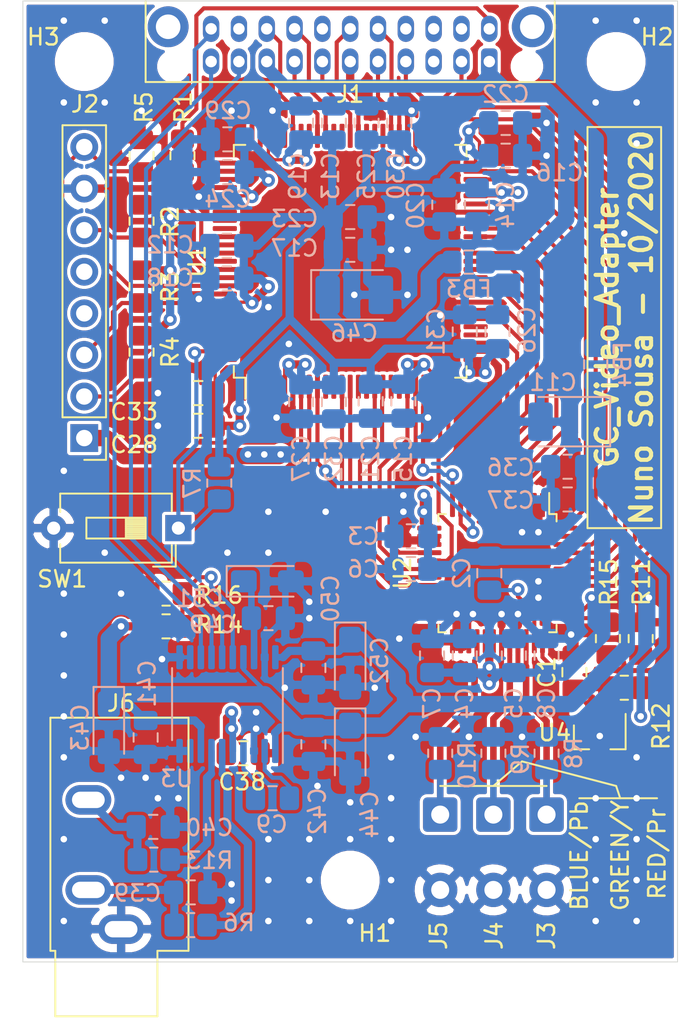
<source format=kicad_pcb>
(kicad_pcb (version 20240108) (generator "pcbnew") (generator_version "8.0")
  (layers (0 "F.Cu" signal) (1 "In1.Cu" power) (2 "In2.Cu" power) (31 "B.Cu" signal) (34 "B.Paste" user) (35 "F.Paste" user) (36 "B.SilkS" user "B.Silkscreen") (37 "F.SilkS" user "F.Silkscreen") (38 "B.Mask" user) (39 "F.Mask" user) (44 "Edge.Cuts" user))
  (net 0 "")
  (net 1 "GND")
  (net 2 "Net-(C1-Pad1)")
  (net 3 "Net-(C2-Pad2)")
  (net 4 "/DAC/+3.3V_DEC")
  (net 5 "Net-(C9-Pad2)")
  (net 6 "Net-(C9-Pad1)")
  (net 7 "/FPGA/+3.3V_DEC")
  (net 8 "Net-(C38-Pad1)")
  (net 9 "/AOUT_L")
  (net 10 "/AOUT_R")
  (net 11 "/DAC/LDOO")
  (net 12 "+3V3")
  (net 13 "/BCLK")
  (net 14 "/ADATA")
  (net 15 "/LRCLK")
  (net 16 "/VDATA7")
  (net 17 "/VDATA6")
  (net 18 "/VDATA5")
  (net 19 "/VDATA4")
  (net 20 "/VDATA3")
  (net 21 "/VDATA2")
  (net 22 "/VDATA1")
  (net 23 "/VDATA0")
  (net 24 "Net-(J1-Pad6)")
  (net 25 "Net-(J1-Pad5)")
  (net 26 "/CSEL")
  (net 27 "/CLK54")
  (net 28 "/FPGA/TCK")
  (net 29 "/FPGA/TMS")
  (net 30 "Net-(J2-Pad5)")
  (net 31 "Net-(J2-Pad4)")
  (net 32 "/FPGA/TDI")
  (net 33 "/FPGA/TDO")
  (net 34 "/VOUT_R")
  (net 35 "/VOUT_G")
  (net 36 "/VOUT_B")
  (net 37 "Net-(R1-Pad2)")
  (net 38 "/DAC/DAC_L")
  (net 39 "Net-(R7-Pad2)")
  (net 40 "Net-(R11-Pad1)")
  (net 41 "/DAC/DAC_R")
  (net 42 "/DAC/DACFMT")
  (net 43 "Net-(R15-Pad1)")
  (net 44 "Net-(U1-Pad98)")
  (net 45 "Net-(U1-Pad97)")
  (net 46 "Net-(U1-Pad96)")
  (net 47 "Net-(U1-Pad89)")
  (net 48 "Net-(U1-Pad87)")
  (net 49 "Net-(U1-Pad86)")
  (net 50 "Net-(U1-Pad85)")
  (net 51 "Net-(U1-Pad84)")
  (net 52 "Net-(U1-Pad83)")
  (net 53 "Net-(U1-Pad82)")
  (net 54 "Net-(U1-Pad81)")
  (net 55 "Net-(U1-Pad78)")
  (net 56 "Net-(U1-Pad77)")
  (net 57 "Net-(U1-Pad76)")
  (net 58 "Net-(U1-Pad74)")
  (net 59 "Net-(U1-Pad71)")
  (net 60 "Net-(U1-Pad69)")
  (net 61 "Net-(U1-Pad68)")
  (net 62 "Net-(U1-Pad65)")
  (net 63 "Net-(U1-Pad64)")
  (net 64 "Net-(U1-Pad61)")
  (net 65 "Net-(U1-Pad60)")
  (net 66 "Net-(U1-Pad59)")
  (net 67 "/DAC/R0")
  (net 68 "/DAC/R1")
  (net 69 "/DAC/R2")
  (net 70 "/DAC/R3")
  (net 71 "Net-(U1-Pad47)")
  (net 72 "Net-(U1-Pad45)")
  (net 73 "/DAC/R4")
  (net 74 "/DAC/R5")
  (net 75 "/DAC/R6")
  (net 76 "/DAC/R7")
  (net 77 "/DAC/G0")
  (net 78 "/DAC/G1")
  (net 79 "Net-(U1-Pad37)")
  (net 80 "Net-(U1-Pad36)")
  (net 81 "/DAC/G2")
  (net 82 "/DAC/G3")
  (net 83 "/DAC/G4")
  (net 84 "/DAC/G5")
  (net 85 "Net-(U1-Pad30)")
  (net 86 "Net-(U1-Pad29)")
  (net 87 "/DAC/G6")
  (net 88 "/DAC/G7")
  (net 89 "/DAC/B1")
  (net 90 "/DAC/~{DACSYNC}")
  (net 91 "/DAC/B0")
  (net 92 "/DAC/B2")
  (net 93 "Net-(U1-Pad19)")
  (net 94 "Net-(U1-Pad18)")
  (net 95 "/DAC/B3")
  (net 96 "/DAC/B4")
  (net 97 "Net-(U1-Pad15)")
  (net 98 "Net-(U1-Pad14)")
  (net 99 "/DAC/B5")
  (net 100 "/DAC/B6")
  (net 101 "Net-(U1-Pad11)")
  (net 102 "Net-(U1-Pad10)")
  (net 103 "/DAC/~{DACBLANK}")
  (net 104 "/DAC/B7")
  (net 105 "/DAC/DACCLOCK")
  (net 106 "Net-(U1-Pad4)")
  (net 107 "Net-(U1-Pad3)")
  (net 108 "Net-(U1-Pad2)")
  (net 109 "Net-(U1-Pad1)")
  (net 110 "Net-(U1-Pad75)")
  (footprint "Capacitor_SMD:C_0805_2012Metric_Pad1.18x1.45mm_HandSolder" (layer "F.Cu") (at 163.7 137.3 90)
    (property "Reference" "C1")
    (property "Value" "1uC")
  )
  (footprint "Capacitor_SMD:C_0805_2012Metric_Pad1.18x1.45mm_HandSolder" (layer "F.Cu") (at 140.7125 122.25 180)
    (property "Reference" "C28")
    (property "Value" "0.1uC")
  )
  (footprint "Capacitor_SMD:C_0805_2012Metric_Pad1.18x1.45mm_HandSolder" (layer "F.Cu") (at 140.7125 120.25 180)
    (property "Reference" "C33")
    (property "Value" "0.01C")
  )
  (footprint "Capacitor_SMD:C_0805_2012Metric_Pad1.18x1.45mm_HandSolder" (layer "F.Cu") (at 143.4625 142.25)
    (property "Reference" "C38")
    (property "Value" "2.2uC")
  )
  (footprint "Connector_PinHeader_2.54mm:PinHeader_1x08_P2.54mm_Vertical" (layer "F.Cu") (at 133.75 123 180)
    (property "Reference" "J2")
    (property "Value" "Conn_01x08")
  )
  (footprint "Connector_Wire:SolderWire-0.5sqmm_1x02_P4.6mm_D0.9mm_OD2.1mm" (layer "F.Cu") (at 162 146 -90)
    (property "Reference" "J3")
    (property "Value" "Conn_01x02")
  )
  (footprint "Connector_Audio_custom:Jack_3.5mm_CUI_SJ1-3533NG_Horizontal" (layer "F.Cu") (at 136 153 180)
    (property "Reference" "J6")
    (property "Value" "AudioJack3")
  )
  (footprint "Resistor_SMD:R_0805_2012Metric_Pad1.20x1.40mm_HandSolder" (layer "F.Cu") (at 139.75 105.75 -90)
    (property "Reference" "R1")
    (property "Value" "39R")
  )
  (footprint "Resistor_SMD:R_0805_2012Metric_Pad1.20x1.40mm_HandSolder" (layer "F.Cu") (at 137.25 109.75 -90)
    (property "Reference" "R2")
    (property "Value" "4.7kR")
  )
  (footprint "Resistor_SMD:R_0805_2012Metric_Pad1.20x1.40mm_HandSolder" (layer "F.Cu") (at 137.25 117.75 -90)
    (property "Reference" "R4")
    (property "Value" "4.7kR")
  )
  (footprint "Resistor_SMD:R_0805_2012Metric_Pad1.20x1.40mm_HandSolder" (layer "F.Cu") (at 166.75 138.25 180)
    (property "Reference" "R12")
    (property "Value" "1kR")
  )
  (footprint "Resistor_SMD:R_0805_2012Metric_Pad1.20x1.40mm_HandSolder" (layer "F.Cu") (at 138.75 134.5)
    (property "Reference" "R14")
    (property "Value" "4.7kR")
  )
  (footprint "Button_Switch_THT:SW_DIP_SPSTx01_Slide_6.7x4.1mm_W7.62mm_P2.54mm_LowProfile" (layer "F.Cu") (at 139.5 128.5 180)
    (property "Reference" "SW1")
    (property "Value" "SW_DIP_x01")
  )
  (footprint "Package_QFP:TQFP-100_14x14mm_P0.5mm" (layer "F.Cu") (at 150 112.2 90)
    (property "Reference" "U1")
    (property "Value" "LCMXO2-640-100TQFP")
  )
  (footprint "Package_QFP:LQFP-48_7x7mm_P0.5mm" (layer "F.Cu") (at 159 131.25 -90)
    (property "Reference" "U2")
    (property "Value" "ADV7125")
  )
  (footprint "Package_TO_SOT_SMD:SOT-23" (layer "F.Cu") (at 165.25 141.25 -90)
    (property "Reference" "U4")
    (property "Value" "AD1580")
  )
  (footprint "Connector_Wire:SolderWire-0.5sqmm_1x02_P4.6mm_D0.9mm_OD2.1mm" (layer "F.Cu") (at 155.5 146 -90)
    (property "Reference" "J5")
    (property "Value" "Conn_01x02")
  )
  (footprint "Connector_Wire:SolderWire-0.5sqmm_1x02_P4.6mm_D0.9mm_OD2.1mm" (layer "F.Cu") (at 158.75 146 -90)
    (property "Reference" "J4")
    (property "Value" "Conn_01x02")
  )
  (footprint "Resistor_SMD:R_0805_2012Metric_Pad1.20x1.40mm_HandSolder" (layer "F.Cu") (at 138.75 132.5 180)
    (property "Reference" "R16")
    (property "Value" "4.7kR")
  )
  (footprint "Connector_Gamecube:GC-Connector-01" (layer "F.Cu") (at 158.5 100 180)
    (property "Reference" "J1")
    (property "Value" "GC_DVOUT")
  )
  (footprint "Resistor_SMD:R_0805_2012Metric_Pad1.20x1.40mm_HandSolder" (layer "F.Cu") (at 137.25 113.75 -90)
    (property "Reference" "R3")
    (property "Value" "4.7kR")
  )
  (footprint "Resistor_SMD:R_0805_2012Metric_Pad1.20x1.40mm_HandSolder" (layer "F.Cu") (at 167.75 135.25 90)
    (property "Reference" "R11")
    (property "Value" "510R")
  )
  (footprint "Resistor_SMD:R_0805_2012Metric_Pad1.20x1.40mm_HandSolder" (layer "F.Cu") (at 165.75 135.25 -90)
    (property "Reference" "R15")
    (property "Value" "20R")
  )
  (footprint "Resistor_SMD:R_0805_2012Metric_Pad1.20x1.40mm_HandSolder" (layer "F.Cu") (at 137.25 105.75 90)
    (property "Reference" "R5")
    (property "Value" "4.7kR")
  )
  (footprint "MountingHole:MountingHole_3.2mm_M3" (layer "F.Cu") (at 150 150)
    (property "Reference" "H1")
    (property "Value" "MountingHole")
  )
  (footprint "MountingHole:MountingHole_3.2mm_M3" (layer "F.Cu") (at 166.25 100)
    (property "Reference" "H2")
    (property "Value" "MountingHole")
  )
  (footprint "MountingHole:MountingHole_3.2mm_M3" (layer "F.Cu") (at 133.75 100)
    (property "Reference" "H3")
    (property "Value" "MountingHole")
  )
  (footprint "Capacitor_SMD:C_0805_2012Metric_Pad1.18x1.45mm_HandSolder" (layer "B.Cu") (at 158.5 131.25 -90)
    (property "Reference" "C2")
    (property "Value" "0.1uC")
  )
  (footprint "Capacitor_SMD:C_0805_2012Metric_Pad1.18x1.45mm_HandSolder" (layer "B.Cu") (at 153.7125 129 180)
    (property "Reference" "C3")
    (property "Value" "0.1uC")
  )
  (footprint "Capacitor_SMD:C_0805_2012Metric_Pad1.18x1.45mm_HandSolder" (layer "B.Cu") (at 157 136.2875 90)
    (property "Reference" "C4")
    (property "Value" "0.1uC")
  )
  (footprint "Capacitor_SMD:C_0805_2012Metric_Pad1.18x1.45mm_HandSolder" (layer "B.Cu") (at 160 136.2875 90)
    (property "Reference" "C5")
    (property "Value" "0.1uC")
  )
  (footprint "Capacitor_SMD:C_0805_2012Metric_Pad1.18x1.45mm_HandSolder" (layer "B.Cu") (at 153.7125 131 180)
    (property "Reference" "C6")
    (property "Value" "0.01C")
  )
  (footprint "Capacitor_SMD:C_0805_2012Metric_Pad1.18x1.45mm_HandSolder" (layer "B.Cu") (at 155 136.2875 90)
    (property "Reference" "C7")
    (property "Value" "0.01C")
  )
  (footprint "Capacitor_SMD:C_0805_2012Metric_Pad1.18x1.45mm_HandSolder" (layer "B.Cu") (at 145.25 145 180)
    (property "Reference" "C9")
    (property "Value" "2.2uC")
  )
  (footprint "Capacitor_Tantalum_SMD:CP_EIA-3528-21_Kemet-B_Pad1.50x2.35mm_HandSolder" (layer "B.Cu") (at 163.25 122 180)
    (property "Reference" "C11")
    (property "Value" "33uCP")
  )
  (footprint "Capacitor_SMD:C_0805_2012Metric_Pad1.18x1.45mm_HandSolder" (layer "B.Cu") (at 142.4625 111.25 180)
    (property "Reference" "C12")
    (property "Value" "0.1uC")
  )
  (footprint "Capacitor_SMD:C_0805_2012Metric_Pad1.18x1.45mm_HandSolder" (layer "B.Cu") (at 149 103.75 90)
    (property "Reference" "C13")
    (property "Value" "0.1uC")
  )
  (footprint "Capacitor_SMD:C_0805_2012Metric_Pad1.18x1.45mm_HandSolder" (layer "B.Cu") (at 157.75 108.75 -90)
    (property "Reference" "C14")
    (property "Value" "0.1uC")
  )
  (footprint "Capacitor_SMD:C_0805_2012Metric_Pad1.18x1.45mm_HandSolder" (layer "B.Cu") (at 153.25 120.75 -90)
    (property "Reference" "C15")
    (property "Value" "0.1uC")
  )
  (footprint "Capacitor_SMD:C_0805_2012Metric_Pad1.18x1.45mm_HandSolder" (layer "B.Cu") (at 159.5 105.75)
    (property "Reference" "C16")
    (property "Value" "0.1uC")
  )
  (footprint "Capacitor_SMD:C_0805_2012Metric_Pad1.18x1.45mm_HandSolder" (layer "B.Cu") (at 142.4625 113.25 180)
    (property "Reference" "C18")
    (property "Value" "0.01C")
  )
  (footprint "Capacitor_SMD:C_0805_2012Metric_Pad1.18x1.45mm_HandSolder" (layer "B.Cu") (at 147 103.75 90)
    (property "Reference" "C19")
    (property "Value" "0.01C")
  )
  (footprint "Capacitor_SMD:C_0805_2012Metric_Pad1.18x1.45mm_HandSolder" (layer "B.Cu") (at 155.75 108.75 -90)
    (property "Reference" "C20")
    (property "Value" "0.01C")
  )
  (footprint "Capacitor_SMD:C_0805_2012Metric_Pad1.18x1.45mm_HandSolder" (layer "B.Cu") (at 151.25 120.75 -90)
    (property "Reference" "C21")
    (property "Value" "0.01C")
  )
  (footprint "Capacitor_SMD:C_0805_2012Metric_Pad1.18x1.45mm_HandSolder" (layer "B.Cu") (at 150 109.5)
    (property "Reference" "C23")
    (property "Value" "0.1uC")
  )
  (footprint "Capacitor_SMD:C_0805_2012Metric_Pad1.18x1.45mm_HandSolder" (layer "B.Cu") (at 142.5 106.75 180)
    (property "Reference" "C24")
    (property "Value" "0.1uC")
  )
  (footprint "Capacitor_SMD:C_0805_2012Metric_Pad1.18x1.45mm_HandSolder" (layer "B.Cu") (at 151 103.75 90)
    (property "Reference" "C25")
    (property "Value" "0.1uC")
  )
  (footprint "Capacitor_SMD:C_0805_2012Metric_Pad1.18x1.45mm_HandSolder" (layer "B.Cu") (at 159 116.5 90)
    (property "Reference" "C26")
    (property "Value" "0.1uC")
  )
  (footprint "Capacitor_SMD:C_0805_2012Metric_Pad1.18x1.45mm_HandSolder" (layer "B.Cu") (at 147 120.7875 -90)
    (property "Reference" "C27")
    (property "Value" "0.1uC")
  )
  (footprint "Capacitor_SMD:C_0805_2012Metric_Pad1.18x1.45mm_HandSolder" (layer "B.Cu") (at 142.5 104.75 180)
    (property "Reference" "C29")
    (property "Value" "0.01C")
  )
  (footprint "Capacitor_SMD:C_0805_2012Metric_Pad1.18x1.45mm_HandSolder" (layer "B.Cu") (at 153 103.75 90)
    (property "Reference" "C30")
    (property "Value" "0.01C")
  )
  (footprint "Capacitor_SMD:C_0805_2012Metric_Pad1.18x1.45mm_HandSolder" (layer "B.Cu") (at 157 116.5 90)
    (property "Reference" "C31")
    (property "Value" "0.01C")
  )
  (footprint "Capacitor_SMD:C_0805_2012Metric_Pad1.18x1.45mm_HandSolder" (layer "B.Cu") (at 149 120.7875 -90)
    (property "Reference" "C32")
    (property "Value" "0.01C")
  )
  (footprint "Capacitor_SMD:C_0805_2012Metric_Pad1.18x1.45mm_HandSolder" (layer "B.Cu") (at 163.2875 124.75 180)
    (property "Reference" "C36")
    (property "Value" "1uC")
  )
  (footprint "Capacitor_SMD:C_0805_2012Metric_Pad1.18x1.45mm_HandSolder" (layer "B.Cu") (at 163.2875 126.75 180)
    (property "Reference" "C37")
    (property "Value" "0.1uC")
  )
  (footprint "Capacitor_SMD:C_0805_2012Metric_Pad1.18x1.45mm_HandSolder" (layer "B.Cu") (at 140.25 150.75)
    (property "Reference" "C39")
    (property "Value" "2.2nC")
  )
  (footprint "Capacitor_SMD:C_0805_2012Metric_Pad1.18x1.45mm_HandSolder" (layer "B.Cu") (at 137.9625 146.75)
    (property "Reference" "C40")
    (property "Value" "2.2nC")
  )
  (footprint "Capacitor_SMD:C_0805_2012Metric_Pad1.18x1.45mm_HandSolder" (layer "B.Cu") (at 137.5 141.2875 -90)
    (property "Reference" "C41")
    (property "Value" "0.1uC")
  )
  (footprint "Capacitor_SMD:C_0805_2012Metric_Pad1.18x1.45mm_HandSolder" (layer "B.Cu") (at 147.75 141.7125 -90)
    (property "Reference" "C42")
    (property "Value" "0.1uC")
  )
  (footprint "Capacitor_Tantalum_SMD:CP_EIA-3216-18_Kemet-A_Pad1.58x1.35mm_HandSolder" (layer "B.Cu") (at 135.25 140.6875 -90)
    (property "Reference" "C43")
    (property "Value" "10uCP")
  )
  (footprint "Capacitor_Tantalum_SMD:CP_EIA-3216-18_Kemet-A_Pad1.58x1.35mm_HandSolder" (layer "B.Cu") (at 150 142 -90)
    (property "Reference" "C44")
    (property "Value" "10uCP")
  )
  (footprint "Capacitor_Tantalum_SMD:CP_EIA-3528-21_Kemet-B_Pad1.50x2.35mm_HandSolder" (layer "B.Cu") (at 150.25 114.25)
    (property "Reference" "C46")
    (property "Value" "33uCP")
  )
  (footprint "Capacitor_SMD:C_0805_2012Metric_Pad1.18x1.45mm_HandSolder" (layer "B.Cu") (at 145 134)
    (property "Reference" "C49")
    (property "Value" "0.1uC")
  )
  (footprint "Capacitor_SMD:C_0805_2012Metric_Pad1.18x1.45mm_HandSolder" (layer "B.Cu") (at 147.75 137.0375 -90)
    (property "Reference" "C50")
    (property "Value" "0.1uC")
  )
  (footprint "Capacitor_Tantalum_SMD:CP_EIA-3216-18_Kemet-A_Pad1.58x1.35mm_HandSolder" (layer "B.Cu") (at 144.9375 131.75)
    (property "Reference" "C51")
    (property "Value" "10uCP")
  )
  (footprint "Capacitor_Tantalum_SMD:CP_EIA-3216-18_Kemet-A_Pad1.58x1.35mm_HandSolder" (layer "B.Cu") (at 150 136.75 -90)
    (property "Reference" "C52")
    (property "Value" "10uCP")
  )
  (footprint "Inductor_SMD:L_0805_2012Metric_Pad1.15x1.40mm_HandSolder" (layer "B.Cu") (at 157.25 112.25)
    (property "Reference" "FB3")
    (property "Value" "Ferrite_Bead")
  )
  (footprint "Inductor_SMD:L_0805_2012Metric_Pad1.15x1.40mm_HandSolder" (layer "B.Cu") (at 165 118.5 90)
    (property "Reference" "FB4")
    (property "Value" "Ferrite_Bead")
  )
  (footprint "Resistor_SMD:R_0805_2012Metric_Pad1.20x1.40mm_HandSolder" (layer "B.Cu") (at 140.25 152.75)
    (property "Reference" "R6")
    (property "Value" "470R")
  )
  (footprint "Resistor_SMD:R_0805_2012Metric_Pad1.20x1.40mm_HandSolder" (layer "B.Cu") (at 142 125.75 -90)
    (property "Reference" "R7")
    (property "Value" "4.7kR")
  )
  (footprint "Resistor_SMD:R_0805_2012Metric_Pad1.20x1.40mm_HandSolder" (layer "B.Cu") (at 162 142.25 90)
    (property "Reference" "R8")
    (property "Value" "75R")
  )
  (footprint "Resistor_SMD:R_0805_2012Metric_Pad1.20x1.40mm_HandSolder" (layer "B.Cu") (at 158.75 142.25 90)
    (property "Reference" "R9")
    (property "Value" "75R")
  )
  (footprint "Resistor_SMD:R_0805_2012Metric_Pad1.20x1.40mm_HandSolder" (layer "B.Cu") (at 155.5 142.25 90)
    (property "Reference" "R10")
    (property "Value" "75R")
  )
  (footprint "Resistor_SMD:R_0805_2012Metric_Pad1.20x1.40mm_HandSolder" (layer "B.Cu") (at 138 148.75)
    (property "Reference" "R13")
    (property "Value" "470R")
  )
  (footprint "Package_SO:TSSOP-20_4.4x6.5mm_P0.65mm" (layer "B.Cu") (at 142.5 139.25 90)
    (property "Reference" "U3")
    (property "Value" "PCM5102")
  )
  (footprint "Capacitor_SMD:C_0805_2012Metric_Pad1.18x1.45mm_HandSolder" (layer "B.Cu") (at 159.5 103.75)
    (property "Reference" "C22")
    (property "Value" "0.01C")
  )
  (footprint "Capacitor_SMD:C_0805_2012Metric_Pad1.18x1.45mm_HandSolder" (layer "B.Cu") (at 150 111.5)
    (property "Reference" "C17")
    (property "Value" "1uC")
  )
  (footprint "Capacitor_SMD:C_0805_2012Metric_Pad1.18x1.45mm_HandSolder" (layer "B.Cu") (at 162 136.2875 90)
    (property "Reference" "C8")
    (property "Value" "0.01C")
  )
  (gr_line (start 169 128.5) (end 169 104) (stroke (width 0.12)) (layer "F.SilkS"))
  (gr_line (start 158.75 144.25) (end 160.5 142.75) (stroke (width 0.12)) (layer "F.SilkS"))
  (gr_line (start 166.25 144.25) (end 166.5 145) (stroke (width 0.12)) (layer "F.SilkS"))
  (gr_line (start 155.5 144.25) (end 162 144.25) (stroke (width 0.12)) (layer "F.SilkS"))
  (gr_line (start 164.5 128.5) (end 169 128.5) (stroke (width 0.12)) (layer "F.SilkS"))
  (gr_line (start 160.5 142.75) (end 166.25 144.25) (stroke (width 0.12)) (layer "F.SilkS"))
  (gr_line (start 169 104) (end 164.5 104) (stroke (width 0.12)) (layer "F.SilkS"))
  (gr_line (start 164.5 104) (end 164.5 128.5) (stroke (width 0.12)) (layer "F.SilkS"))
  (gr_line (start 164 145) (end 168.75 145) (stroke (width 0.12)) (layer "F.SilkS"))
  (gr_line (start 170 155) (end 170 96.3) (stroke (width 0.05)) (layer "Edge.Cuts"))
  (gr_line (start 137.5 96.3) (end 162.5 96.3) (stroke (width 0.05)) (layer "Edge.Cuts"))
  (gr_line (start 130 155) (end 170 155) (stroke (width 0.05)) (layer "Edge.Cuts"))
  (gr_line (start 130 96.3) (end 130 155) (stroke (width 0.05)) (layer "Edge.Cuts"))
  (gr_line (start 137.5 96.3) (end 130 96.3) (stroke (width 0.05)) (layer "Edge.Cuts"))
  (gr_line (start 162.5 96.3) (end 170 96.3) (stroke (width 0.05)) (layer "Edge.Cuts"))
  (gr_text "RED/Pr" (at 168.75 148.4 90) (layer "F.SilkS") (effects (font (size 1 1))))
  (gr_text "GREEN/Y" (at 166.5 148.5 90) (layer "F.SilkS") (effects (font (size 1 1))))
  (gr_text "GC_Video_Adapter\nNuno Sousa - 10/2020" (at 166.75 116.25 90) (layer "F.SilkS") (effects (font (size 1.3 1.3) (thickness 0.25))))
  (gr_text "BLUE/Pb" (at 164 148.5 90) (layer "F.SilkS") (effects (font (size 1 1))))
  (segment (start 156.9125 135.75) (end 157.14999 135.51251) (width 0.5) (layer "F.Cu") (net 1))
  (segment (start 156.3 114.7) (end 155.5 115.5) (width 0.2) (layer "F.Cu") (net 1))
  (segment (start 157.14999 134.10001) (end 157.5 133.75) (width 0.5) (layer "F.Cu") (net 1))
  (segment (start 161.5 131.75) (end 161.5 132.315685) (width 0.5) (layer "F.Cu") (net 1))
  (segment (start 139.675 120.25) (end 139.675 122.25) (width 0.5) (layer "F.Cu") (net 1))
  (segment (start 153.5 104.5375) (end 153.5 103.25) (width 0.2) (layer "F.Cu") (net 1))
  (segment (start 154.8375 129) (end 154.8375 129.5) (width 0.25) (layer "F.Cu") (net 1))
  (segment (start 146.5 119.8625) (end 146.5 120.75) (width 0.2) (layer "F.Cu") (net 1))
  (segment (start 142.3375 114.2) (end 141.475 114.2) (width 0.2) (layer "F.Cu") (net 1))
  (segment (start 163.7 135.200006) (end 163.499997 135.000003) (width 0.5) (layer "F.Cu") (net 1))
  (segment (start 144.5 140) (end 144.25 139.75) (width 0.4) (layer "F.Cu") (net 1))
  (segment (start 146.5 120.75) (end 145.5 121.75) (width 0.2) (layer "F.Cu") (net 1))
  (segment (start 163.1625 132.5) (end 163.1625 133) (width 0.25) (layer "F.Cu") (net 1))
  (segment (start 142.3375 107.7) (end 141.3 107.7) (width 0.2) (layer "F.Cu") (net 1))
  (segment (start 167.75 134.25) (end 167.75 133.25) (width 0.5) (layer "F.Cu") (net 1))
  (segment (start 139.675 122.25) (end 138.25 122.25) (width 0.5) (layer "F.Cu") (net 1))
  (segment (start 144.5 141) (end 144.25 140.75) (width 0.4) (layer "F.Cu") (net 1))
  (segment (start 160.25 133.75) (end 160.25 134.432522) (width 0.5) (layer "F.Cu") (net 1))
  (segment (start 164.300002 140.25) (end 165.25 141.199998) (width 0.5) (layer "F.Cu") (net 1))
  (segment (start 161.5 126.75) (end 161.500002 126.750002) (width 0.5) (layer "F.Cu") (net 1))
  (segment (start 144.5 142.25) (end 144.5 141) (width 0.4) (layer "F.Cu") (net 1))
  (segment (start 161.934315 132.75) (end 163.5 132.75) (width 0.5) (layer "F.Cu") (net 1))
  (segment (start 141.175 114.5) (end 140.75 114.5) (width 0.2) (layer "F.Cu") (net 1))
  (segment (start 145.5 103.25) (end 145.25 103) (width 0.2) (layer "F.Cu") (net 1))
  (segment (start 167.75 133.25) (end 168.25 132.75) (width 0.5) (layer "F.Cu") (net 1))
  (segment (start 154.5 121) (end 154.75 121.25) (width 0.2) (layer "F.Cu") (net 1))
  (segment (start 157.14999 135.51251) (end 157.14999 134.10001) (width 0.5) (layer "F.Cu") (net 1))
  (segment (start 141.475 114.2) (end 141.175 114.5) (width 0.2) (layer "F.Cu") (net 1))
  (segment (start 160.25 135.4125) (end 160.25 134.5) (width 0.25) (layer "F.Cu") (net 1))
  (segment (start 154.75 121.25) (end 154.75 121.75) (width 0.2) (layer "F.Cu") (net 1))
  (segment (start 161.5 132.75) (end 163.5 132.75) (width 0.5) (layer "F.Cu") (net 1))
  (segment (start 144.5 142.25) (end 144.5 140) (width 0.4) (layer "F.Cu") (net 1))
  (segment (start 154.5 119.8625) (end 154.5 121) (width 0.2) (layer "F.Cu") (net 1))
  (segment (start 161.065685 128.75) (end 161.5 128.315685) (width 0.5) (layer "F.Cu") (net 1))
  (segment (start 153.5 129.25) (end 153.25 129) (width 0.5) (layer "F.Cu") (net 1))
  (segment (start 164.3 140.25) (end 164.300002 140.25) (width 0.5) (layer "F.Cu") (net 1))
  (segment (start 155.25 129.25) (end 153.5 129.25) (width 0.5) (layer "F.Cu") (net 1))
  (segment (start 160.5 128.75) (end 161.065685 128.75) (width 0.5) (layer "F.Cu") (net 1))
  (segment (start 161.500002 126.750002) (end 161.500002 128.75) (width 0.5) (layer "F.Cu") (net 1))
  (segment (start 157.6625 114.7) (end 156.3 114.7) (width 0.2) (layer "F.Cu") (net 1))
  (segment (start 159.25 133.75) (end 159.25 134.432522) (width 0.5) (layer "F.Cu") (net 1))
  (segment (start 159.050004 109.2) (end 159.250004 109) (width 0.2) (layer "F.Cu") (net 1))
  (segment (start 157.6625 109.2) (end 159.050004 109.2) (width 0.2) (layer "F.Cu") (net 1))
  (segment (start 137.25 104.75) (end 137.25 103) (width 0.5) (layer "F.Cu") (net 1))
  (segment (start 141.3 107.7) (end 140.75 108.25) (width 0.2) (layer "F.Cu") (net 1))
  (segment (start 153.25 129) (end 153.25 126.5) (width 0.5) (layer "F.Cu") (net 1))
  (segment (start 163.7 136.2625) (end 163.7 135.200006) (width 0.5) (layer "F.Cu") (net 1))
  (segment (start 161.5 128.315685) (end 161.5 126.75) (width 0.5) (layer "F.Cu") (net 1))
  (segment (start 139.675 120.25) (end 138.25 120.25) (width 0.5) (layer "F.Cu") (net 1))
  (segment (start 156.5 133.75) (end 160.25 133.75) (width 0.5) (layer "F.Cu") (net 1))
  (segment (start 145.5 104.5375) (end 145.5 103.25) (width 0.2) (layer "F.Cu") (net 1))
  (segment (start 156.5 135.75) (end 156.9125 135.75) (width 0.5) (layer "F.Cu") (net 1))
  (segment (start 156.5 133.75) (end 156.5 135.75) (width 0.5) (layer "F.Cu") (net 1))
  (segment (start 137.75 132.5) (end 136 132.5) (width 0.5) (layer "F.Cu") (net 1))
  (segment (start 159.25 135.4125) (end 159.25 134.5) (width 0.25) (layer "F.Cu") (net 1))
  (segment (start 161.5 132.315685) (end 161.934315 132.75) (width 0.5) (layer "F.Cu") (net 1))
  (segment (start 161.25 127.0875) (end 161.75 127.0875) (width 0.25) (layer "F.Cu") (net 1))
  (segment (start 153.5 103.25) (end 153.75 103) (width 0.2) (layer "F.Cu") (net 1))
  (via (at 154 141.25) (size 0.8) (drill 0.4) (layers "F.Cu" "B.Cu") (net 1))
  (via (at 152.5 150) (size 0.8) (drill 0.4) (layers "F.Cu" "B.Cu") (net 1))
  (via (at 132.5 102.5) (size 0.8) (drill 0.4) (layers "F.Cu" "B.Cu") (net 1))
  (via (at 162 105.75) (size 0.8) (drill 0.4) (layers "F.Cu" "B.Cu") (net 1))
  (via (at 165 97.5) (size 0.8) (drill 0.4) (layers "F.Cu" "B.Cu") (net 1))
  (via (at 145 130) (size 0.8) (drill 0.4) (layers "F.Cu" "B.Cu") (net 1))
  (via (at 150 152.5) (size 0.8) (drill 0.4) (layers "F.Cu" "B.Cu") (net 1))
  (via (at 152.5 147.5) (size 0.8) (drill 0.4) (layers "F.Cu" "B.Cu") (net 1))
  (via (at 165 150) (size 0.8) (drill 0.4) (layers "F.Cu" "B.Cu") (net 1))
  (via (at 132.5 137.5) (size 0.8) (drill 0.4) (layers "F.Cu" "B.Cu") (net 1))
  (via (at 147.5 133) (size 0.8) (drill 0.4) (layers "F.Cu" "B.Cu") (net 1))
  (via (at 144.25 140.75) (size 0.8) (drill 0.4) (layers "F.Cu" "B.Cu") (net 1))
  (via (at 160.25 133.75) (size 0.8) (drill 0.4) (layers "F.Cu" "B.Cu") (net 1))
  (via (at 136 132.5) (size 0.8) (drill 0.4) (layers "F.Cu" "B.Cu") (net 1))
  (via (at 159.250004 109) (size 0.8) (drill 0.4) (layers "F.Cu" "B.Cu") (net 1))
  (via (at 132.5 147.5) (size 0.8) (drill 0.4) (layers "F.Cu" "B.Cu") (net 1))
  (via (at 132.5 125) (size 0.8) (drill 0.4) (layers "F.Cu" "B.Cu") (net 1))
  (via (at 147.5 152.5) (size 0.8) (drill 0.4) (layers "F.Cu" "B.Cu") (net 1))
  (via (at 150.25 114.25) (size 0.8) (drill 0.4) (layers "F.Cu" "B.Cu") (net 1))
  (via (at 145 150) (size 0.8) (drill 0.4) (layers "F.Cu" "B.Cu") (net 1))
  (via (at 153 135.25) (size 0.8) (drill 0.4) (layers "F.Cu" "B.Cu") (net 1))
  (via (at 153.25 126.5) (size 0.8) (drill 0.4) (layers "F.Cu" "B.Cu") (net 1))
  (via (at 147.5 150) (size 0.8) (drill 0.4) (layers "F.Cu" "B.Cu") (net 1))
  (via (at 167.5 105) (size 0.8) (drill 0.4) (layers "F.Cu" "B.Cu") (net 1))
  (via (at 145 127.5) (size 0.8) (drill 0.4) (layers "F.Cu" "B.Cu") (net 1))
  (via (at 135 102.5) (size 0.8) (drill 0.4) (layers "F.Cu" "B.Cu") (net 1))
  (via (at 165 145) (size 0.8) (drill 0.4) (layers "F.Cu" "B.Cu") (net 1))
  (via (at 163.499997 135.000003) (size 0.8) (drill 0.4) (layers "F.Cu" "B.Cu") (net 1))
  (via (at 150 145.25) (size 0.8) (drill 0.4) (layers "F.Cu" "B.Cu") (net 1))
  (via (at 136 143.75) (size 0.8) (drill 0.4) (layers "F.Cu" "B.Cu") (net 1))
  (via (at 165 102.5) (size 0.8) (drill 0.4) (layers "F.Cu" "B.Cu") (net 1))
  (via (at 167.5 150) (size 0.8) (drill 0.4) (layers "F.Cu" "B.Cu") (net 1))
  (via (at 135 97.5) (size 0.8) (drill 0.4) (layers "F.Cu" "B.Cu") (net 1))
  (via (at 142.75 151.25) (size 0.8) (drill 0.4) (layers "F.Cu" "B.Cu") (net 1))
  (via (at 153.5 111.5) (size 0.8) (drill 0.4) (layers "F.Cu" "B.Cu") (net 1))
  (via (at 147.5 134) (size 0.8) (drill 0.4) (layers "F.Cu" "B.Cu") (net 1))
  (via (at 140.75 114.5) (size 0.8) (drill 0.4) (layers "F.Cu" "B.Cu") (net 1))
  (via (at 166.75 110.5) (size 0.8) (drill 0.4) (layers "F.Cu" "B.Cu") (net 1))
  (via (at 152.5 152.5) (size 0.8) (drill 0.4) (layers "F.Cu" "B.Cu") (net 1))
  (via (at 160.5 128.75) (size 0.8) (drill 0.4) (layers "F.Cu" "B.Cu") (net 1))
  (via (at 146.25 117.25) (size 0.8) (drill 0.4) (layers "F.Cu" "B.Cu") (net 1))
  (via (at 167.5 142.5) (size 0.8) (drill 0.4) (layers "F.Cu" "B.Cu") (net 1))
  (via (at 157.5 133.75) (size 0.8) (drill 0.4) (layers "F.Cu" "B.Cu") (net 1))
  (via (at 159.25 133.75) (size 0.8) (drill 0.4) (layers "F.Cu" "B.Cu") (net 1))
  (via (at 153.25 127.5) (size 0.8) (drill 0.4) (layers "F.Cu" "B.Cu") (net 1))
  (via (at 138.25 145) (size 0.8) (drill 0.4) (layers "F.Cu" "B.Cu") (net 1))
  (via (at 161.5 132.75) (size 0.8) (drill 0.4) (layers "F.Cu" "B.Cu") (net 1))
  (via (at 150 147.5) (size 0.8) (drill 0.4) (layers "F.Cu" "B.Cu") (net 1))
  (via (at 151.5 138.25) (size 0.8) (drill 0.4) (layers "F.Cu" "B.Cu") (net 1))
  (via (at 152.5 109.5) (size 0.8) (drill 0.4) (layers "F.Cu" "B.Cu") (net 1))
  (via (at 148 144.25) (size 0.8) (drill 0.4) (layers "F.Cu" "B.Cu") (net 1))
  (via (at 138.25 122.25) (size 0.8) (drill 0.4) (layers "F.Cu" "B.Cu") (net 1))
  (via (at 145 152.5) (size 0.8) (drill 0.4) (layers "F.Cu" "B.Cu") (net 1))
  (via (at 153.5 114.25) (size 0.8) (drill 0.4) (layers "F.Cu" "B.Cu") (net 1))
  (via (at 145 115) (size 0.8) (drill 0.4) (layers "F.Cu" "B.Cu") (net 1))
  (via (at 140.75 108.25) (size 0.8) (drill 0.4) (layers "F.Cu" "B.Cu") (net 1))
  (via (at 162 103.75) (size 0.8) (drill 0.4) (layers "F.Cu" "B.Cu") (net 1))
  (via (at 168.25 132.75) (size 0.8) (drill 0.4) (layers "F.Cu" "B.Cu") (net 1))
  (via (at 157.25 141.25) (size 0.8) (drill 0.4) (layers "F.Cu" "B.Cu") (net 1))
  (via (at 152.5 145) (size 0.8) (drill 0.4) (layers "F.Cu" "B.Cu") (net 1))
  (via (at 132.5 152.5) (size 0.8) (drill 0.4) (layers "F.Cu" "B.Cu") (net 1))
  (via (at 145.25 103) (size 0.8) (drill 0.4) (layers "F.Cu" "B.Cu") (net 1))
  (via (at 132.5 97.5) (size 0.8) (drill 0.4) (layers "F.Cu" "B.Cu") (net 1))
  (via (at 145.5 121.75) (size 0.8) (drill 0.4) (layers "F.Cu" "B.Cu") (net 1))
  (via (at 142.5 130) (size 0.8) (drill 0.4) (layers "F.Cu" "B.Cu") (net 1))
  (via (at 132.5 142.5) (size 0.8) (drill 0.4) (layers "F.Cu" "B.Cu") (net 1))
  (via (at 167.5 145) (size 0.8) (drill 0.4) (layers "F.Cu" "B.Cu") (net 1))
  (via (at 152.5 142.5) (size 0.8) (drill 0.4) (layers "F.Cu" "B.Cu") (net 1))
  (via (at 132.5 140) (size 0.8) (drill 0.4) (layers "F.Cu" "B.Cu") (net 1))
  (via (at 137.5 143.75) (size 0.8) (drill 0.4) (layers "F.Cu" "B.Cu") (net 1))
  (via (at 132.5 135) (size 0.8) (drill 0.4) (layers "F.Cu" "B.Cu") (net 1))
  (via (at 144.25 139.75) (size 0.8) (drill 0.4) (layers "F.Cu" "B.Cu") (net 1))
  (via (at 148.5 127.5) (size 0.8) (drill 0.4) (layers "F.Cu" "B.Cu") (net 1))
  (via (at 137.25 103) (size 0.8) (drill 0.4) (layers "F.Cu" "B.Cu") (net 1))
  (via (at 142.75 103) (size 0.8) (drill 0.4) (layers "F.Cu" "B.Cu") (net 1))
  (via (at 139.5 145) (size 0.8) (drill 0.4) (layers "F.Cu" "B.Cu") (net 1))
  (via (at 167.5 102.5) (size 0.8) (drill 0.4) (layers "F.Cu" "B.Cu") (net 1))
  (via (at 161.5 131.75) (size 0.8) (drill 0.4) (layers "F.Cu" "B.Cu") (net 1))
  (via (at 167.5 152.5) (size 0.8) (drill 0.4) (layers "F.Cu" "B.Cu") (net 1))
  (via (at 167.5 147.5) (size 0.8) (drill 0.4) (layers "F.Cu" "B.Cu") (net 1))
  (via (at 154.75 121.75) (size 0.8) (drill 0.4) (layers "F.Cu" "B.Cu") (net 1))
  (via (at 155.5 115.5) (size 0.8) (drill 0.4) (layers "F.Cu" "B.Cu") (net 1))
  (via (at 160.5 141.25) (size 0.8) (drill 0.4) (layers "F.Cu" "B.Cu") (net 1))
  (via (at 156.5 133.75) (size 0.8) (drill 0.4) (layers "F.Cu" "B.Cu") (net 1))
  (via (at 161.500002 128.75) (size 0.8) (drill 0.4) (layers "F.Cu" "B.Cu") (net 1))
  (via (at 152.5 111.5) (size 0.8) (drill 0.4) (layers "F.Cu" "B.Cu") (net 1))
  (via (at 167.5 97.5) (size 0.8) (drill 0.4) (layers "F.Cu" "B.Cu") (net 1))
  (via (at 138.25 120.25) (size 0.8) (drill 0.4) (layers "F.Cu" "B.Cu") (net 1))
  (via (at 165 147.5) (size 0.8) (drill 0.4) (layers "F.Cu" "B.Cu") (net 1))
  (via (at 132.5 132.5) (size 0.8) (drill 0.4) (layers "F.Cu" "B.Cu") (net 1))
  (via (at 135 130) (size 0.8) (drill 0.4) (layers "F.Cu" "B.Cu") (net 1))
  (via (at 146 138.25) (size 0.8) (drill 0.4) (layers "F.Cu" "B.Cu") (net 1))
  (via (at 147.5 147.5) (size 0.8) (drill 0.4) (layers "F.Cu" "B.Cu") (net 1))
  (via (at 153.75 103) (size 0.8) (drill 0.4) (layers "F.Cu" "B.Cu") (net 1))
  (via (at 138.5 136.5) (size 0.8) (drill 0.4) (layers "F.Cu" "B.Cu") (net 1))
  (via (at 165 152.5) (size 0.8) (drill 0.4) (layers "F.Cu" "B.Cu") (net 1))
  (via (at 145 147.5) (size 0.8) (drill 0.4) (layers "F.Cu" "B.Cu") (net 1))
  (via (at 165.25 141.199998) (size 0.8) (drill 0.4) (layers "F.Cu" "B.Cu") (net 1))
  (via (at 142.75 150.25) (size 0.8) (drill 0.4) (layers "F.Cu" "B.Cu") (net 1))
  (segment (start 135.25 143) (end 136 143.75) (width 0.5) (layer "B.Cu") (net 1))
  (segment (start 147.5 132.875) (end 147.5 133) (width 0.5) (layer "B.Cu") (net 1))
  (segment (start 146.0375 132.0875) (end 146.375 131.75) (width 0.4) (layer "B.Cu") (net 1))
  (segment (start 152.675 129) (end 152.675 127.075) (width 0.5) (layer "B.Cu") (net 1))
  (segment (start 147 102.7125) (end 149 102.7125) (width 0.5) (layer "B.Cu") (net 1))
  (segment (start 153.2875 103) (end 153 102.7125) (width 0.5) (layer "B.Cu") (net 1))
  (segment (start 162 135.25) (end 161.75 135.25) (width 0.5) (layer "B.Cu") (net 1))
  (segment (start 158.462504 109.7875) (end 159.250004 109) (width 0.5) (layer "B.Cu") (net 1))
  (segment (start 141.425 111.25) (end 141.425 113.25) (width 0.5) (layer "B.Cu") (net 1))
  (segment (start 151.0375 109.5) (end 152.5 109.5) (width 0.5) (layer "B.Cu") (net 1))
  (segment (start 158.75 141.25) (end 157.25 141.25) (width 0.5) (layer "B.Cu") (net 1))
  (segment (start 147.75 142.75) (end 149.3125 142.75) (width 0.5) (layer "B.Cu") (net 1))
  (segment (start 137.5 142.325) (end 135.45 142.325) (width 0.5) (layer "B.Cu") (net 1))
  (segment (start 141.425 113.25) (end 141.425 113.825) (width 0.5) (layer "B.Cu") (net 1))
  (segment (start 162 103.75) (end 160.5375 103.75) (width 0.5) (layer "B.Cu") (net 1))
  (segment (start 153.75 103) (end 153.2875 103) (width 0.5) (layer "B.Cu") (net 1))
  (segment (start 137.5 142.325) (end 137.5 143.75) (width 0.5) (layer "B.Cu") (net 1))
  (segment (start 139 145.5) (end 139.5 145) (width 0.5) (layer "B.Cu") (net 1))
  (segment (start 151.875 114.25) (end 150.25 114.25) (width 0.5) (layer "B.Cu") (net 1))
  (segment (start 144.125 140.875) (end 144.25 140.75) (width 0.4) (layer "B.Cu") (net 1))
  (segment (start 155.5 141.25) (end 154 141.25) (width 0.5) (layer "B.Cu") (net 1))
  (segment (start 139.575 136.3875) (end 138.6125 136.3875) (width 0.25) (layer "B.Cu") (net 1))
  (segment (start 145.5375 102.7125) (end 145.25 103) (width 0.5) (layer "B.Cu") (net 1))
  (segment (start 146.175 138.075) (end 146 138.25) (width 0.5) (layer "B.Cu") (net 1))
  (segment (start 142.25 150.75) (end 142.75 150.25) (width 0.5) (layer "B.Cu") (net 1))
  (segment (start 150 138.1875) (end 151.4375 138.1875) (width 0.5) (layer "B.Cu") (net 1))
  (segment (start 155.5 115.5) (end 156.9625 115.5) (width 0.5) (layer "B.Cu") (net 1))
  (segment (start 157 115.4625) (end 159 115.4625) (width 0.5) (layer "B.Cu") (net 1))
  (segment (start 146.375 131.75) (end 147.5 132.875) (width 0.5) (layer "B.Cu") (net 1))
  (segment (start 151.0375 111.5) (end 151.0375 113.4125) (width 0.5) (layer "B.Cu") (net 1))
  (segment (start 160 135.25) (end 160 134.5) (width 0.5) (layer "B.Cu") (net 1))
  (segment (start 151.875 114.25) (end 153.5 114.25) (width 0.5) (layer "B.Cu") (net 1))
  (segment (start 149.3125 142.75) (end 150 143.4375) (width 0.5) (layer "B.Cu") (net 1))
  (segment (start 147.75 138.075) (end 146.175 138.075) (width 0.5) (layer "B.Cu") (net 1))
  (segment (start 141.4625 104.75) (end 141.4625 106.75) (width 0.5) (layer "B.Cu") (net 1))
  (segment (start 146.925 121.75) (end 147 121.825) (width 0.5) (layer "B.Cu") (net 1))
  (segment (start 150 143.4375) (end 150 145.25) (width 0.5) (layer "B.Cu") (net 1))
  (segment (start 147 121.825) (end 149 121.825) (width 0.5) (layer "B.Cu") (net 1))
  (segment (start 141.4625 106.75) (end 141.4625 107.5375) (width 0.5) (layer "B.Cu") (net 1))
  (segment (start 139.575 142.1125) (end 137.7125 142.1125) (width 0.5) (layer "B.Cu") (net 1))
  (segment (start 151 102.7125) (end 153 102.7125) (width 0.5) (layer "B.Cu") (net 1))
  (segment (start 151.0375 113.4125) (end 151.875 114.25) (width 0.5) (layer "B.Cu") (net 1))
  (segment (start 141.4625 107.5375) (end 140.75 108.25) (width 0.5) (layer "B.Cu") (net 1))
  (segment (start 147.75 144) (end 148 144.25) (width 0.5) (layer "B.Cu") (net 1))
  (segment (start 151.4375 138.1875) (end 151.5 138.25) (width 0.5) (layer "B.Cu") (net 1))
  (segment (start 156.9625 115.5) (end 157 115.4625) (width 0.5) (layer "B.Cu") (net 1))
  (segment (start 139 145.75) (end 138.25 145) (width 0.5) (layer "B.Cu") (net 1))
  (segment (start 137.7125 142.1125) (end 137.5 142.325) (width 0.5) (layer "B.Cu") (net 1))
  (segment (start 139.575 142.1125) (end 140.17499 142.1125) (width 0.5) (layer "B.Cu") (net 1))
  (segment (start 146.0375 134) (end 147.5 134) (width 0.5) (layer "B.Cu") (net 1))
  (segment (start 151.0375 111.5) (end 152.5 111.5) (width 0.5) (layer "B.Cu") (net 1))
  (segment (start 152.675 131) (end 152.675 129) (width 0.5) (layer "B.Cu") (net 1))
  (segment (start 149.8875 138.075) (end 150 138.1875) (width 0.5) (layer "B.Cu") (net 1))
  (segment (start 147.75 138.075) (end 149.8875 138.075) (width 0.5) (layer "B.Cu") (net 1))
  (segment (start 144.125 139.875) (end 144.25 139.75) (width 0.4) (layer "B.Cu") (net 1))
  (segment (start 160.5375 103.75) (end 160.5375 105.75) (width 0.5) (layer "B.Cu") (net 1))
  (segment (start 151.0375 109.5) (end 151.0375 111.5) (width 0.5) (layer "B.Cu") (net 1))
  (segment (start 161.75 135.25) (end 160.25 133.75) (width 0.5) (layer "B.Cu") (net 1))
  (segment (start 144.775 136.3875) (end 144.775 135.2625) (width 0.4) (layer "B.Cu") (net 1))
  (segment (start 160.5375 105.75) (end 162 105.75) (width 0.5) (layer "B.Cu") (net 1))
  (segment (start 152.675 129) (end 152.675 128.075) (width 0.5) (layer "B.Cu") (net 1))
  (segment (start 151.25 121.7875) (end 153.25 121.7875) (width 0.5) (layer "B.Cu") (net 1))
  (segment (start 139.575 136.3875) (end 140.225 136.3875) (width 0.25) (layer "B.Cu") (net 1))
  (segment (start 144.125 142.1125) (end 144.125 140.875) (width 0.4) (layer "B.Cu") (net 1))
  (segment (start 144.775 135.2625) (end 146.0375 134) (width 0.4) (layer "B.Cu") (net 1))
  (segment (start 141.2875 150.75) (end 142.25 150.75) (width 0.5) (layer "B.Cu") (net 1))
  (segment (start 157.75 109.7875) (end 158.462504 109.7875) (width 0.5) (layer "B.Cu") (net 1))
  (segment (start 142.25 150.75) (end 142.75 151.25) (width 0.5) (layer "B.Cu") (net 1))
  (segment (start 155 135.25) (end 156.5 133.75) (width 0.5) (layer "B.Cu") (net 1))
  (segment (start 145.5 121.75) (end 146.925 121.75) (width 0.5) (layer "B.Cu") (net 1))
  (segment (start 146.0375 134) (end 146.0375 132.0875) (width 0.4) (layer "B.Cu") (net 1))
  (segment (start 152.675 127.075) (end 153.25 126.5) (width 0.5) (layer "B.Cu") (net 1))
  (segment (start 139 146.75) (end 139 145.5) (width 0.5) (layer "B.Cu") (net 1))
  (segment (start 144.125 142.1125) (end 144.125 139.875) (width 0.4) (layer "B.Cu") (net 1))
  (segment (start 138.6125 136.3875) (end 138.5 136.5) (width 0.25) (layer "B.Cu") (net 1))
  (segment (start 152.675 128.075) (end 153.25 127.5) (width 0.5) (layer "B.Cu") (net 1))
  (segment (start 153.25 121.7875) (end 154.7125 121.7875) (width 0.5) (layer "B.Cu") (net 1))
  (segment (start 147.75 142.75) (end 147.75 144) (width 0.5) (layer "B.Cu") (net 1))
  (segment (start 154.7125 121.7875) (end 154.75 121.75) (width 0.5) (layer "B.Cu") (net 1))
  (segment (start 157 134.25) (end 157.5 133.75) (width 0.5) (layer "B.Cu") (net 1))
  (segment (start 155.75 109.7875) (end 157.75 109.7875) (width 0.5) (layer "B.Cu") (net 1))
  (segment (start 160 134.5) (end 159.25 133.75) (width 0.5) (layer "B.Cu") (net 1))
  (segment (start 141.425 113.825) (end 140.75 114.5) (width 0.5) (layer "B.Cu") (net 1))
  (segment (start 147 102.7125) (end 145.5375 102.7125) (width 0.5) (layer "B.Cu") (net 1))
  (segment (start 162 141.25) (end 160.5 141.25) (width 0.5) (layer "B.Cu") (net 1))
  (segment (start 135.25 142.125) (end 135.25 143) (width 0.5) (layer "B.Cu") (net 1))
  (segment (start 139 146.75) (end 139 145.75) (width 0.5) (layer "B.Cu") (net 1))
  (segment (start 157 135.25) (end 157 134.25) (width 0.5) (layer "B.Cu") (net 1))
  (segment (start 135.45 142.325) (end 135.25 142.125) (width 0.5) (layer "B.Cu") (net 1))
  (segment (start 165.75 138.25) (end 165.75 139.8) (width 0.25) (layer "F.Cu") (net 2))
  (segment (start 163.7 138.3375) (end 165.6625 138.3375) (width 0.25) (layer "F.Cu") (net 2))
  (segment (start 161.75 136.3875) (end 163.7 138.3375) (width 0.25) (layer "F.Cu") (net 2))
  (segment (start 161.75 135.4125) (end 161.75 136.3875) (width 0.25) (layer "F.Cu") (net 2))
  (segment (start 165.75 139.8) (end 166.2 140.25) (width 0.25) (layer "F.Cu") (net 2))
  (segment (start 165.6625 138.3375) (end 165.75 138.25) (width 0.25) (layer "F.Cu") (net 2))
  (segment (start 161.25 133.676998) (end 160.25 132.676998) (width 0.25) (layer "F.Cu") (net 3))
  (segment (start 161.25 135.4125) (end 161.25 133.676998) (width 0.25) (layer "F.Cu") (net 3))
  (segment (start 160.25 132.676998) (end 160.25 132.25) (width 0.25) (layer "F.Cu") (net 3))
  (via (at 160.25 132.25) (size 0.8) (drill 0.4) (layers "F.Cu" "B.Cu") (net 3))
  (segment (start 158.5 132.2875) (end 160.2125 132.2875) (width 0.25) (layer "B.Cu") (net 3))
  (segment (start 160.2125 132.2875) (end 160.25 132.25) (width 0.25) (layer "B.Cu") (net 3))
  (segment (start 167.75 138.25) (end 167.75 140) (width 0.5) (layer "F.Cu") (net 4))
  (segment (start 163.1625 133.5) (end 164.25 133.5) (width 0.25) (layer "F.Cu") (net 4))
  (segment (start 164.75 133) (end 164.75 132.75) (width 0.25) (layer "F.Cu") (net 4))
  (segment (start 158.25 135.4125) (end 158.75 135.4125) (width 0.25) (layer "F.Cu") (net 4))
  (segment (start 154.5 126.5) (end 154.5 127.5) (width 0.5) (layer "F.Cu") (net 4))
  (segment (start 158.5 137) (end 158.5 135) (width 0.5) (layer "F.Cu") (net 4))
  (segment (start 158.5 138) (end 158.5 137) (width 0.5) (layer "F.Cu") (net 4))
  (segment (start 154.5 127.5) (end 154.5 128.1625) (width 0.5) (layer "F.Cu") (net 4))
  (segment (start 137.75 134.5) (end 136 134.5) (width 0.5) (layer "F.Cu") (net 4))
  (segment (start 154.73749 128.39999) (end 154.8375 128.39999) (width 0.5) (layer "F.Cu") (net 4))
  (segment (start 164.25 133.5) (end 164.75 133) (width 0.25) (layer "F.Cu") (net 4))
  (segment (start 154.5 128.1625) (end 154.73749 128.39999) (width 0.5) (layer "F.Cu") (net 4))
  (via (at 164.75 132.75) (size 0.8) (drill 0.4) (layers "F.Cu" "B.Cu") (net 4))
  (via (at 158.5 138) (size 0.8) (drill 0.4) (layers "F.Cu" "B.Cu") (net 4))
  (via (at 158.5 137) (size 0.8) (drill 0.4) (layers "F.Cu" "B.Cu") (net 4))
  (via (at 167.75 140) (size 0.8) (drill 0.4) (layers "F.Cu" "B.Cu") (net 4))
  (via (at 154.5 127.5) (size 0.8) (drill 0.4) (layers "F.Cu" "B.Cu") (net 4))
  (via (at 154.5 126.5) (size 0.8) (drill 0.4) (layers "F.Cu" "B.Cu") (net 4))
  (via (at 136 134.5) (size 0.8) (drill 0.4) (layers "F.Cu" "B.Cu") (net 4))
  (segment (start 155 137.325) (end 157 137.325) (width 0.5) (layer "B.Cu") (net 4))
  (segment (start 150.675 135.3125) (end 150 135.3125) (width 1) (layer "B.Cu") (net 4))
  (segment (start 169.1 135.7) (end 169.1 131.5) (width 0.5) (layer "B.Cu") (net 4))
  (segment (start 167.75 137.05) (end 169.1 135.7) (width 0.5) (layer "B.Cu") (net 4))
  (segment (start 165.4 127.825) (end 164.325 126.75) (width 1) (layer "B.Cu") (net 4))
  (segment (start 164.325 126.825) (end 164.325 126.75) (width 1) (layer "B.Cu") (net 4))
  (segment (start 135.25 135.25) (end 136 134.5) (width 1) (layer "B.Cu") (net 4))
  (segment (start 167.75 140) (end 167.75 137.05) (width 0.5) (layer "B.Cu") (net 4))
  (segment (start 164.875 122) (end 164.875 119.65) (width 1) (layer "B.Cu") (net 4))
  (segment (start 143.475 136.3875) (end 143.475 137.125) (width 0.25) (layer "B.Cu") (net 4))
  (segment (start 152.0375 140.5625) (end 150 140.5625) (width 1) (layer "B.Cu") (net 4))
  (segment (start 153.35 139.25) (end 163.5 139.25) (width 1) (layer "B.Cu") (net 4))
  (segment (start 157.825 137.325) (end 158.5 138) (width 0.5) (layer "B.Cu") (net 4))
  (segment (start 135.850001 138.649999) (end 135.25 139.25) (width 1) (layer "B.Cu") (net 4))
  (segment (start 164.875 122) (end 164.875 124.2) (width 1) (layer "B.Cu") (net 4))
  (segment (start 163.5 139.25) (end 164.850007 137.899993) (width 1) (layer "B.Cu") (net 4))
  (segment (start 149.8875 140.675) (end 150 140.5625) (width 0.5) (layer "B.Cu") (net 4))
  (segment (start 153.35 139.25) (end 152.0375 140.5625) (width 1) (layer "B.Cu") (net 4))
  (segment (start 154.75 129) (end 154.75 127.75) (width 0.5) (layer "B.Cu") (net 4))
  (segment (start 164.850007 137.849993) (end 166.9 135.8) (width 1) (layer "B.Cu") (net 4))
  (segment (start 140.875 140.625) (end 140.5 140.25) (width 0.5) (layer "B.Cu") (net 4))
  (segment (start 156.25 131) (end 157 130.25) (width 1) (layer "B.Cu") (net 4))
  (segment (start 152.9 137.5375) (end 150.675 135.3125) (width 1) (layer "B.Cu") (net 4))
  (segment (start 146.803002 140.675) (end 144.778001 138.649999) (width 1) (layer "B.Cu") (net 4))
  (segment (start 159.175 137.325) (end 158.5 138) (width 0.5) (layer "B.Cu") (net 4))
  (segment (start 160 137.325) (end 159.175 137.325) (width 0.5) (layer "B.Cu") (net 4))
  (segment (start 164.75 134.328008) (end 165.4 134.978008) (width 0.5) (layer "B.Cu") (net 4))
  (segment (start 158.825 137.325) (end 158.5 137) (width 0.5) (layer "B.Cu") (net 4))
  (segment (start 164.325 126.75) (end 164.325 124.75) (width 1) (layer "B.Cu") (net 4))
  (segment (start 149.3125 136) (end 150 135.3125) (width 0.5) (layer "B.Cu") (net 4))
  (segment (start 146.2875 136) (end 145.9 136.3875) (width 0.5) (layer "B.Cu") (net 4))
  (segment (start 140.875 142.1125) (end 140.875 140.625) (width 0.4) (layer "B.Cu") (net 4))
  (segment (start 154.75 131) (end 154.75 129) (width 0.5) (layer "B.Cu") (net 4))
  (segment (start 154.75 131) (end 156.25 131) (width 1) (layer "B.Cu") (net 4))
  (segment (start 165.4 134.978008) (end 165.4 127.825) (width 1) (layer "B.Cu") (net 4))
  (segment (start 163.053008 137.325) (end 164.850007 135.528001) (width 1) (layer "B.Cu") (net 4))
  (segment (start 145.725 140.675) (end 147.75 140.675) (width 0.5) (layer "B.Cu") (net 4))
  (segment (start 154.75 129) (end 154.75 126.75) (width 0.5) (layer "B.Cu") (net 4))
  (segment (start 169.1 131.5) (end 165.3 127.7) (width 0.5) (layer "B.Cu") (net 4))
  (segment (start 153.35 139.25) (end 153.35 138.65) (width 1) (layer "B.Cu") (net 4))
  (segment (start 157 137.325) (end 157.825 137.325) (width 0.5) (layer "B.Cu") (net 4))
  (segment (start 154.75 127.75) (end 154.5 127.5) (width 0.5) (layer "B.Cu") (net 4))
  (segment (start 157 137.325) (end 158.175 137.325) (width 0.5) (layer "B.Cu") (net 4))
  (segment (start 165.3 127.7) (end 164.35 126.75) (width 1) (layer "B.Cu") (net 4))
  (segment (start 143.475 137.125) (end 144.778001 138.428001) (width 0.25) (layer "B.Cu") (net 4))
  (segment (start 135.25 139.25) (end 136.5 139.25) (width 0.5) (layer "B.Cu") (net 4))
  (segment (start 147.75 140.675) (end 149.8875 140.675) (width 1) (layer "B.Cu") (net 4))
  (segment (start 147.75 140.675) (end 146.803002 140.675) (width 1) (layer "B.Cu") (net 4))
  (segment (start 157 130.25) (end 162.75 130.25) (width 1) (layer "B.Cu") (net 4))
  (segment (start 162 137.325) (end 163.053008 137.325) (width 1) (layer "B.Cu") (net 4))
  (segment (start 145.4 141) (end 145.725 140.675) (width 0.5) (layer "B.Cu") (net 4))
  (segment (start 144.778001 138.428001) (end 144.778001 138.649999) (width 0.25) (layer "B.Cu") (net 4))
  (segment (start 145.425 142.1125) (end 145.425 141) (width 0.4) (layer "B.Cu") (net 4))
  (segment (start 164.875 124.2) (end 164.325 124.75) (width 1) (layer "B.Cu") (net 4))
  (segment (start 140.5 140.25) (end 137.5 140.25) (width 0.5) (layer "B.Cu") (net 4))
  (segment (start 164.35 126.75) (end 164.325 126.75) (width 1) (layer "B.Cu") (net 4))
  (segment (start 164.850007 137.899993) (end 164.850007 137.849993) (width 1) (layer "B.Cu") (net 4))
  (segment (start 160 137.325) (end 158.825 137.325) (width 0.5) (layer "B.Cu") (net 4))
  (segment (start 153.35 138.65) (end 152.9 138.2) (width 1) (layer "B.Cu") (net 4))
  (segment (start 164.75 132.75) (end 164.75 134.328008) (width 0.5) (layer "B.Cu") (net 4))
  (segment (start 147.75 136) (end 149.3125 136) (width 0.5) (layer "B.Cu") (net 4))
  (segment (start 158.175 137.325) (end 158.5 137) (width 0.5) (layer "B.Cu") (net 4))
  (segment (start 136.5 139.25) (end 137.5 140.25) (width 0.5) (layer "B.Cu") (net 4))
  (segment (start 144.778001 138.649999) (end 135.850001 138.649999) (width 1) (layer "B.Cu") (net 4))
  (segment (start 166.9 135.8) (end 166.9 129.4) (width 1) (layer "B.Cu") (net 4))
  (segment (start 152.9 138.2) (end 152.9 137.5375) (width 1) (layer "B.Cu") (net 4))
  (segment (start 164.850007 135.528001) (end 165.4 134.978008) (width 1) (layer "B.Cu") (net 4))
  (segment (start 145.425 136.3875) (end 145.9 136.3875) (width 0.4) (layer "B.Cu") (net 4))
  (segment (start 162.75 130.25) (end 165.3 127.7) (width 1) (layer "B.Cu") (net 4))
  (segment (start 147.75 136) (end 146.2875 136) (width 0.5) (layer "B.Cu") (net 4))
  (segment (start 135.25 139.25) (end 135.25 135.25) (width 1) (layer "B.Cu") (net 4))
  (segment (start 166.9 129.4) (end 164.325 126.825) (width 1) (layer "B.Cu") (net 4))
  (segment (start 164.875 119.65) (end 165 119.525) (width 1) (layer "B.Cu") (net 4))
  (segment (start 160 137.325) (end 162 137.325) (width 0.5) (layer "B.Cu") (net 4))
  (segment (start 154.75 126.75) (end 154.5 126.5) (width 0.5) (layer "B.Cu") (net 4))
  (segment (start 143.475 143.225) (end 144.2125 143.9625) (width 0.25) (layer "B.Cu") (net 5))
  (segment (start 144.2125 143.9625) (end 144.2125 145) (width 0.25) (layer "B.Cu") (net 5))
  (segment (start 143.475 142.1125) (end 143.475 143.225) (width 0.25) (layer "B.Cu") (net 5))
  (segment (start 146.2875 144.2875) (end 145.75 143.75) (width 0.25) (layer "B.Cu") (net 6))
  (segment (start 145.75 143.75) (end 145.25 143.75) (width 0.25) (layer "B.Cu") (net 6))
  (segment (start 144.775 143.275) (end 144.775 142.1125) (width 0.25) (layer "B.Cu") (net 6))
  (segment (start 146.2875 145) (end 146.2875 144.2875) (width 0.25) (layer "B.Cu") (net 6))
  (segment (start 145.25 143.75) (end 144.775 143.275) (width 0.25) (layer "B.Cu") (net 6))
  (segment (start 155 118.999986) (end 154.500007 118.499993) (width 0.2) (layer "F.Cu") (net 7))
  (segment (start 153.999993 106) (end 154.000001 105.999992) (width 0.5) (layer "F.Cu") (net 7))
  (segment (start 157.6625 105.7375) (end 157.9 105.5) (width 0.2) (layer "F.Cu") (net 7))
  (segment (start 154.5 118.5) (end 154.500007 118.499993) (width 0.5) (layer "F.Cu") (net 7))
  (segment (start 154 105.815685) (end 154.000001 105.815686) (width 0.2) (layer "F.Cu") (net 7))
  (segment (start 137.25 112.75) (end 139.000006 112.75) (width 0.5) (layer "F.Cu") (net 7))
  (segment (start 144 108.25) (end 145 107.25) (width 0.5) (layer "F.Cu") (net 7))
  (segment (start 137.25 108.75) (end 138.25 108.75) (width 0.5) (layer "F.Cu") (net 7))
  (segment (start 145.000014 113.75) (end 145 113.75) (width 0.5) (layer "F.Cu") (net 7))
  (segment (start 157.9 104.9) (end 157.25 104.25) (width 0.2) (layer "F.Cu") (net 7))
  (segment (start 146.249992 118.5) (end 146 118.749992) (width 0.2) (layer "F.Cu") (net 7))
  (segment (start 154 104.5375) (end 154 105.999991) (width 0.2) (layer "F.Cu") (net 7))
  (segment (start 141.75 120.25) (end 141.75 118.7875) (width 0.2) (layer "F.Cu") (net 7))
  (segment (start 153.5 118.5) (end 154.5 118.5) (width 0.5) (layer "F.Cu") (net 7))
  (segment (start 145.750076 106) (end 145.75011 105.999966) (width 0.2) (layer "F.Cu") (net 7))
  (segment (start 157.749982 119.000018) (end 157.749982 118.30001) (width 0.5) (layer "F.Cu") (net 7))
  (segment (start 143.25 121.25) (end 143.25 122.25) (width 0.5) (layer "F.Cu") (net 7))
  (segment (start 145 105.665617) (end 145.334349 105.999966) (width 0.2) (layer "F.Cu") (net 7))
  (segment (start 157.9 105.5) (end 157.9 104.9) (width 0.2) (layer "F.Cu") (net 7))
  (segment (start 141.75 122.25) (end 143.25 122.25) (width 0.5) (layer "F.Cu") (net 7))
  (segment (start 143.95 114.7) (end 144 114.75) (width 0.2) (layer "F.Cu") (net 7))
  (segment (start 146.250022 105.999994) (end 146.249994 105.999966) (width 0.5) (layer "F.Cu") (net 7))
  (segment (start 155 119.8625) (end 155 118.999986) (width 0.2) (layer "F.Cu") (net 7))
  (segment (start 138 116.75) (end 139 115.75) (width 0.5) (layer "F.Cu") (net 7))
  (segment (start 145 113.75) (end 144 114.75) (width 0.5) (layer "F.Cu") (net 7))
  (segment (start 157.6625 106.2) (end 157.6625 105.7375) (width 0.2) (layer "F.Cu") (net 7))
  (segment (start 153 106) (end 153.999993 106) (width 0.5) (layer "F.Cu") (net 7))
  (segment (start 138.25 108.75) (end 139 109.5) (width 0.5) (layer "F.Cu") (net 7))
  (segment (start 157.6625 106.2) (end 157.6625 105.6625) (width 0.2) (layer "F.Cu") (net 7))
  (segment (start 147.25 118.5) (end 146.249992 118.5) (width 0.5) (layer "F.Cu") (net 7))
  (segment (start 137.25 116.75) (end 138 116.75) (width 0.5) (layer "F.Cu") (net 7))
  (segment (start 158.249982 119.000018) (end 158.25 119) (width 0.5) (layer "F.Cu") (net 7))
  (segment (start 142.3375 114.7) (end 143.95 114.7) (width 0.2) (layer "F.Cu") (net 7))
  (segment (start 141.75 118.7875) (end 142.3375 118.2) (width 0.2) (layer "F.Cu") (net 7))
  (segment (start 157.749982 119.000018) (end 158.249982 119.000018) (width 0.5) (layer "F.Cu") (net 7))
  (segment (start 146 118.749992) (end 146 119.8625) (width 0.2) (layer "F.Cu") (net 7))
  (segment (start 142.3375 108.2) (end 143.95 108.2) (width 0.2) (layer "F.Cu") (net 7))
  (segment (start 159.05 108.2) (end 157.6625 108.2) (width 0.2) (layer "F.Cu") (net 7))
  (segment (start 141.75 122.25) (end 141.75 120.25) (width 0.5) (layer "F.Cu") (net 7))
  (segment (start 145 104.5375) (end 145 105.665617) (width 0.2) (layer "F.Cu") (net 7))
  (segment (start 145.334349 105.999966) (end 146.249994 105.999966) (width 0.2) (layer "F.Cu") (net 7))
  (segment (start 154 105.999991) (end 154.000001 105.999992) (width 0.2) (layer "F.Cu") (net 7))
  (segment (start 143.95 108.2) (end 144 108.25) (width 0.2) (layer "F.Cu") (net 7))
  (segment (start 159.25 108) (end 159.05 108.2) (width 0.2) (layer "F.Cu") (net 7))
  (segment (start 147.299994 105.999994) (end 146.250022 105.999994) (width 0.5) (layer "F.Cu") (net 7))
  (segment (start 157.6625 105.6625) (end 157.25 105.25) (width 0.2) (layer "F.Cu") (net 7))
  (segment (start 145.75011 105.999966) (end 146.249994 105.999966) (width 0.2) (layer "F.Cu") (net 7))
  (segment (start 157.250018 119.000018) (end 157.749982 119.000018) (width 0.5) (layer "F.Cu") (net 7))
  (via (at 154.000001 105.999992) (size 0.8) (drill 0.4) (layers "F.Cu" "B.Cu") (net 7))
  (via (at 139 109.5) (size 0.8) (drill 0.4) (layers "F.Cu" "B.Cu") (net 7))
  (via (at 159.25 108) (size 0.8) (drill 0.4) (layers "F.Cu" "B.Cu") (net 7))
  (via (at 146.249992 118.5) (size 0.8) (drill 0.4) (layers "F.Cu" "B.Cu") (net 7))
  (via (at 153.5 118.5) (size 0.8) (drill 0.4) (layers "F.Cu" "B.Cu") (net 7))
  (via (at 145 107.25) (size 0.8) (drill 0.4) (layers "F.Cu" "B.Cu") (net 7))
  (via (at 146.249994 105.999966) (size 0.8) (drill 0.4) (layers "F.Cu" "B.Cu") (net 7))
  (via (at 144 114.75) (size 0.8) (drill 0.4) (layers "F.Cu" "B.Cu") (net 7))
  (via (at 147.25 118.5) (size 0.8) (drill 0.4) (layers "F.Cu" "B.Cu") (net 7))
  (via (at 147.299994 105.999994) (size 0.8) (drill 0.4) (layers "F.Cu" "B.Cu") (net 7))
  (via (at 143.25 121.25) (size 0.8) (drill 0.4) (layers "F.Cu" "B.Cu") (net 7))
  (via (at 157.250018 119.000018) (size 0.8) (drill 0.4) (layers "F.Cu" "B.Cu") (net 7))
  (via (at 160.25 108) (size 0.8) (drill 0.4) (layers "F.Cu" "B.Cu") (net 7))
  (via (at 144 108.25) (size 0.8) (drill 0.4) (layers "F.Cu" "B.Cu") (net 7))
  (via (at 143.25 122.25) (size 0.8) (drill 0.4) (layers "F.Cu" "B.Cu") (net 7))
  (via (at 139.000006 112.75) (size 0.8) (drill 0.4) (layers "F.Cu" "B.Cu") (net 7))
  (via (at 158.25 119) (size 0.8) (drill 0.4) (layers "F.Cu" "B.Cu") (net 7))
  (via (at 157.25 104.25) (size 0.8) (drill 0.4) (layers "F.Cu" "B.Cu") (net 7))
  (via (at 153 106) (size 0.8) (drill 0.4) (layers "F.Cu" "B.Cu") (net 7))
  (via (at 157.25 105.25) (size 0.8) (drill 0.4) (layers "F.Cu" "B.Cu") (net 7))
  (via (at 145.000014 113.75) (size 0.8) (drill 0.4) (layers "F.Cu" "B.Cu") (net 7))
  (via (at 139 115.75) (size 0.8) (drill 0.4) (layers "F.Cu" "B.Cu") (net 7))
  (via (at 154.500007 118.499993) (size 0.8) (drill 0.4) (layers "F.Cu" "B.Cu") (net 7))
  (segment (start 153.2875 119.7125) (end 154.500007 118.499993) (width 0.5) (layer "B.Cu") (net 7))
  (segment (start 144.5 106.75) (end 145 107.25) (width 0.5) (layer "B.Cu") (net 7))
  (segment (start 149.5 116.4) (end 152.978002 116.4) (width 1) (layer "B.Cu") (net 7))
  (segment (start 148.625 114.25) (end 148.625 112.975) (width 1) (layer "B.Cu") (net 7))
  (segment (start 148.9 111.5625) (end 148.9625 111.5) (width 1) (layer "B.Cu") (net 7))
  (segment (start 139 109.5) (end 148.9625 109.5) (width 0.5) (layer "B.Cu") (net 7))
  (segment (start 146.1 109.5) (end 148.9625 109.5) (width 0.5) (layer "B.Cu") (net 7))
  (segment (start 151.25 118.55) (end 151.1 118.4) (width 0.5) (layer "B.Cu") (net 7))
  (segment (start 155.75 107.7125) (end 157.75 107.7125) (width 0.5) (layer "B.Cu") (net 7))
  (segment (start 147 104.7875) (end 149 104.7875) (width 0.5) (layer "B.Cu") (net 7))
  (segment (start 155.75 107.05) (end 156.3 106.5) (width 0.5) (layer "B.Cu") (net 7))
  (segment (start 149 104.7875) (end 148.9 104.8875) (width 0.5) (layer "B.Cu") (net 7))
  (segment (start 151 104.7875) (end 153 104.7875) (width 0.5) (layer "B.Cu") (net 7))
  (segment (start 158.4625 105.75) (end 157.75 105.75) (width 0.5) (layer "B.Cu") (net 7))
  (segment (start 148.9625 109.5) (end 148.9625 111.5) (width 1) (layer "B.Cu") (net 7))
  (segment (start 147 119.75) (end 149 119.75) (width 0.5) (layer "B.Cu") (net 7))
  (segment (start 151.25 119.7125) (end 153.25 119.7125) (width 0.5) (layer "B.Cu") (net 7))
  (segment (start 154.8 113.1) (end 155.65 112.25) (width 1) (layer "B.Cu") (net 7))
  (segment (start 149 118.4) (end 146.3 115.7) (width 0.5) (layer "B.Cu") (net 7))
  (segment (start 146.249994 105.537506) (end 147 104.7875) (width 0.5) (layer "B.Cu") (net 7))
  (segment (start 143.5375 107.7875) (end 144 108.25) (width 0.5) (layer "B.Cu") (net 7))
  (segment (start 143.25 118.75) (end 146.3 115.7) (width 0.5) (layer "B.Cu") (net 7))
  (segment (start 144.35 111.25) (end 146.1 109.5) (width 0.5) (layer "B.Cu") (net 7))
  (segment (start 143.5375 104.75) (end 143.75 104.75) (width 0.5) (layer "B.Cu") (net 7))
  (segment (start 139 115.75) (end 139 109.5) (width 0.5) (layer "B.Cu") (net 7))
  (segment (start 148.625 114.25) (end 148.625 115.525) (width 1) (layer "B.Cu") (net 7))
  (segment (start 158.25 118.2875) (end 159 117.5375) (width 0.5) (layer "B.Cu") (net 7))
  (segment (start 155.75 107.7125) (end 150.75 107.7125) (width 0.5) (layer "B.Cu") (net 7))
  (segment (start 143.5375 106.75) (end 143.5375 107.7875) (width 0.5) (layer "B.Cu") (net 7))
  (segment (start 157.25 105.25) (end 157.25 104.25) (width 0.5) (layer "B.Cu") (net 7))
  (segment (start 154.000001 105.999992) (end 154.000001 105.787501) (width 0.5) (layer "B.Cu") (net 7))
  (segment (start 148.9 109.4375) (end 148.9625 109.5) (width 0.5) (layer "B.Cu") (net 7))
  (segment (start 147.299994 105.999994) (end 147.299994 105.087494) (width 0.5) (layer "B.Cu") (net 7))
  (segment (start 142.75 118.75) (end 142 119.5) (width 0.5) (layer "B.Cu") (net 7))
  (segment (start 143.25 121.25) (end 143.25 118.75) (width 0.5) (layer "B.Cu") (net 7))
  (segment (start 143.5 111.25) (end 144.35 111.25) (width 0.5) (layer "B.Cu") (net 7))
  (segment (start 148.625 115.525) (end 149.5 116.4) (width 1) (layer "B.Cu") (net 7))
  (segment (start 143.5 111.25) (end 143.5 113.25) (width 0.5) (layer "B.Cu") (net 7))
  (segment (start 151.1 118.4) (end 149 118.4) (width 0.5) (layer "B.Cu") (net 7))
  (segment (start 146.249994 105.999966) (end 146.249994 105.537506) (width 0.5) (layer "B.Cu") (net 7))
  (segment (start 157.250018 117.787518) (end 157 117.5375) (width 0.5) (layer "B.Cu") (net 7))
  (segment (start 147 119.75) (end 147 118.75) (width 0.5) (layer "B.Cu") (net 7))
  (segment (start 156.3 106.5) (end 157.7125 106.5) (width 0.5) (layer "B.Cu") (net 7))
  (segment (start 159.25 108) (end 158.0375 108) (width 0.5) (layer "B.Cu") (net 7))
  (segment (start 148.9 112.7) (end 148.9 111.5625) (width 1) (layer "B.Cu") (net 7))
  (segment (start 143.5375 104.75) (end 143.5375 106.75) (width 0.5) (layer "B.Cu") (net 7))
  (segment (start 151 107.4625) (end 148.9625 109.5) (width 0.5) (layer "B.Cu") (net 7))
  (segment (start 155.65 112.25) (end 156.225 112.25) (width 1) (layer "B.Cu") (net 7))
  (segment (start 143.25 118.75) (end 142.75 118.75) (width 0.5) (layer "B.Cu") (net 7))
  (segment (start 146.249992 118.5) (end 146.249992 118.999992) (width 0.5) (layer "B.Cu") (net 7))
  (segment (start 148.625 112.975) (end 148.9 112.7) (width 1) (layer "B.Cu") (net 7))
  (segment (start 148.9 104.8875) (end 148.9 109.4375) (width 0.5) (layer "B.Cu") (net 7))
  (segment (start 142 119.5) (end 142 124.75) (width 0.5) (layer "B.Cu") (net 7))
  (segment (start 151.25 119.7125) (end 151.25 118.55) (width 0.5) (layer "B.Cu") (net 7))
  (segment (start 151 104.7875) (end 151 107.4625) (width 0.5) (layer "B.Cu") (net 7))
  (segment (start 150.75 107.7125) (end 148.9625 109.5) (width 0.5) (layer "B.Cu") (net 7))
  (segment (start 144.500014 113.25) (end 145.000014 113.75) (width 0.5) (layer "B.Cu") (net 7))
  (segment (start 143.5 113.25) (end 144.500014 113.25) (width 0.5) (layer "B.Cu") (net 7))
  (segment (start 143.5 114.25) (end 144 114.75) (width 0.5) (layer "B.Cu") (net 7))
  (segment (start 157.25 104.25) (end 157.25 104.2125) (width 0.5) (layer "B.Cu") (net 7))
  (segment (start 157.75 105.75) (end 157.25 105.25) (width 0.5) (layer "B.Cu") (net 7))
  (segment (start 155.75 107.7125) (end 155.75 107.05) (width 0.5) (layer "B.Cu") (net 7))
  (segment (start 154.8 114.578002) (end 154.8 113.1) (width 1) (layer "B.Cu") (net 7))
  (segment (start 153.25 119.7125) (end 153.2875 119.7125) (width 0.5) (layer "B.Cu") (net 7))
  (segment (start 157.7125 106.5) (end 158.4625 105.75) (width 0.5) (layer "B.Cu") (net 7))
  (segment (start 157.25 104.25) (end 157.75 103.75) (width 0.5) (layer "B.Cu") (net 7))
  (segment (start 153.5 118.5) (end 153.5 119.4625) (width 0.5) (layer "B.Cu") (net 7))
  (segment (start 151.3 118.4) (end 151.1 118.4) (width 0.5) (layer "B.Cu") (net 7))
  (segment (start 157.75 103.75) (end 158.4625 103.75) (width 0.5) (layer "B.Cu") (net 7))
  (segment (start 146.3 115.7) (end 146.3 111.7) (width 0.5) (layer "B.Cu") (net 7))
  (segment (start 159 117.5375) (end 157 117.5375) (width 0.5) (layer "B.Cu") (net 7))
  (segment (start 154.000001 105.787501) (end 153 104.7875) (width 0.5) (layer "B.Cu") (net 7))
  (segment (start 158.25 119) (end 158.25 118.2875) (width 0.5) (layer "B.Cu") (net 7))
  (segment (start 147.299994 105.087494) (end 147 104.7875) (width 0.5) (layer "B.Cu") (net 7))
  (segment (start 147 118.75) (end 147.25 118.5) (width 0.5) (layer "B.Cu") (net 7))
  (segment (start 158.0375 108) (end 157.75 107.7125) (width 0.5) (layer "B.Cu") (net 7))
  (segment (start 148.5 109.5) (end 148.9625 109.5) (width 0.5) (layer "B.Cu") (net 7))
  (segment (start 143.75 104.75) (end 148.5 109.5) (width 0.5) (layer "B.Cu") (net 7))
  (segment (start 153 106) (end 153 104.7875) (width 0.5) (layer "B.Cu") (net 7))
  (segment (start 152.978002 116.4) (end 154.8 114.578002) (width 1) (layer "B.Cu") (net 7))
  (segment (start 157.250018 119.000018) (end 157.250018 117.787518) (width 0.5) (layer "B.Cu") (net 7))
  (segment (start 153.5 119.4625) (end 153.25 119.7125) (width 0.5) (layer "B.Cu") (net 7))
  (segment (start 157 117.5375) (end 152.1625 117.5375) (width 0.5) (layer "B.Cu") (net 7))
  (segment (start 160.25 108) (end 159.25 108) (width 0.5) (layer "B.Cu") (net 7))
  (segment (start 143.5375 106.75) (end 144.5 106.75) (width 0.5) (layer "B.Cu") (net 7))
  (segment (start 152.1625 117.5375) (end 151.3 118.4) (width 0.5) (layer "B.Cu") (net 7))
  (segment (start 149 119.75) (end 149 118.4) (width 0.5) (layer "B.Cu") (net 7))
  (segment (start 146.249992 118.999992) (end 147 119.75) (width 0.5) (layer "B.Cu") (net 7))
  (segment (start 146.3 111.7) (end 148.5 109.5) (width 0.5) (layer "B.Cu") (net 7))
  (segment (start 143.5 113.25) (end 143.5 114.25) (width 0.5) (layer "B.Cu") (net 7))
  (segment (start 142.425 141.075) (end 142.75 140.75) (width 0.4) (layer "F.Cu") (net 8))
  (segment (start 142.425 140.075) (end 142.75 139.75) (width 0.4) (layer "F.Cu") (net 8))
  (segment (start 142.425 142.25) (end 142.425 141.075) (width 0.4) (layer "F.Cu") (net 8))
  (segment (start 142.425 142.25) (end 142.425 140.075) (width 0.4) (layer "F.Cu") (net 8))
  (via (at 142.75 140.75) (size 0.8) (drill 0.4) (layers "F.Cu" "B.Cu") (net 8))
  (via (at 142.75 139.75) (size 0.8) (drill 0.4) (layers "F.Cu" "B.Cu") (net 8))
  (segment (start 142.825 140.825) (end 142.75 140.75) (width 0.4) (layer "B.Cu") (net 8))
  (segment (start 142.825 139.825) (end 142.75 139.75) (width 0.4) (layer "B.Cu") (net 8))
  (segment (start 142.825 142.1125) (end 142.825 140.825) (width 0.4) (layer "B.Cu") (net 8))
  (segment (start 142.825 142.1125) (end 142.825 139.825) (width 0.4) (layer "B.Cu") (net 8))
  (segment (start 139.25 150.7875) (end 139.2125 150.75) (width 0.5) (layer "B.Cu") (net 9))
  (segment (start 134 150.6) (end 139.0625 150.6) (width 0.5) (layer "B.Cu") (net 9))
  (segment (start 139.25 152.75) (end 139.25 150.7875) (width 0.5) (layer "B.Cu") (net 9))
  (segment (start 139.0625 150.6) (end 139.2125 150.75) (width 0.5) (layer "B.Cu") (net 9))
  (segment (start 137 146.825) (end 136.925 146.75) (width 0.5) (layer "B.Cu") (net 10))
  (segment (start 135.65 146.75) (end 134 145.1) (width 0.5) (layer "B.Cu") (net 10))
  (segment (start 137 148.75) (end 137 146.825) (width 0.5) (layer "B.Cu") (net 10))
  (segment (start 136.925 146.75) (end 135.65 146.75) (width 0.5) (layer "B.Cu") (net 10))
  (segment (start 143.9625 132.2125) (end 143.5 131.75) (width 0.4) (layer "B.Cu") (net 11))
  (segment (start 143.9625 134) (end 143.9625 132.2125) (width 0.4) (layer "B.Cu") (net 11))
  (segment (start 144.125 134.1625) (end 143.9625 134) (width 0.4) (layer "B.Cu") (net 11))
  (segment (start 144.125 136.3875) (end 144.125 134.1625) (width 0.4) (layer "B.Cu") (net 11))
  (segment (start 136.2 124.1) (end 145.65 124.1) (width 1) (layer "F.Cu") (net 12))
  (segment (start 135.1 123) (end 136.2 124.1) (width 1) (layer "F.Cu") (net 12))
  (segment (start 133.75 123) (end 135.1 123) (width 1) (layer "F.Cu") (net 12))
  (segment (start 145.65 124.1) (end 145.75 124) (width 1) (layer "F.Cu") (net 12))
  (via (at 145.75 124) (size 0.8) (drill 0.4) (layers "F.Cu" "B.Cu") (net 12))
  (via (at 144.75 124) (size 0.8) (drill 0.4) (layers "F.Cu" "B.Cu") (net 12))
  (via (at 143.75 124) (size 0.8) (drill 0.4) (layers "F.Cu" "B.Cu") (net 12))
  (segment (start 159.500001 101.800001) (end 158.5 100.8) (width 1) (layer "B.Cu") (net 12))
  (segment (start 158.5 101.4) (end 158.5 100) (width 1) (layer "B.Cu") (net 12))
  (segment (start 146.75 123.75) (end 155.389001 123.75) (width 1) (layer "B.Cu") (net 12))
  (segment (start 157.8 101.5) (end 158.5 100.8) (width 0.8) (layer "B.Cu") (net 12))
  (segment (start 146 101.5) (end 157.8 101.5) (width 0.8) (layer "B.Cu") (net 12))
  (segment (start 159.1 102) (end 158.5 101.4) (width 1) (layer "B.Cu") (net 12))
  (segment (start 155.389001 123.75) (end 161.1 118.039001) (width 1) (layer "B.Cu") (net 12))
  (segment (start 165 117.475) (end 165 104.75) (width 1) (layer "B.Cu") (net 12))
  (segment (start 144.9 100.4) (end 146 101.5) (width 0.8) (layer "B.Cu") (net 12))
  (segment (start 162.050001 101.800001) (end 159.500001 101.800001) (width 1) (layer "B.Cu") (net 12))
  (segment (start 160.65 112.25) (end 160.55 112.25) (width 1) (layer "B.Cu") (net 12))
  (segment (start 161.1 118.039001) (end 161.1 112.7) (width 1) (layer "B.Cu") (net 12))
  (segment (start 160.55 112.25) (end 163.2 109.6) (width 1) (layer "B.Cu") (net 12))
  (segment (start 161.1 112.7) (end 160.65 112.25) (width 1) (layer "B.Cu") (net 12))
  (segment (start 163.2 103) (end 162.2 102) (width 1) (layer "B.Cu") (net 12))
  (segment (start 146.5 124) (end 143.75 124) (width 1) (layer "B.Cu") (net 12))
  (segment (start 158.275 112.25) (end 160.55 112.25) (width 1) (layer "B.Cu") (net 12))
  (segment (start 165 104.75) (end 162.050001 101.800001) (width 1) (layer "B.Cu") (net 12))
  (segment (start 162.2 102) (end 159.1 102) (width 1) (layer "B.Cu") (net 12))
  (segment (start 146.5 124) (end 146.75 123.75) (width 1) (layer "B.Cu") (net 12))
  (segment (start 144.9 100) (end 144.9 100.4) (width 0.8) (layer "B.Cu") (net 12))
  (segment (start 158.5 100.8) (end 158.5 100) (width 1) (layer "B.Cu") (net 12))
  (segment (start 163.2 109.6) (end 163.2 103) (width 1) (layer "B.Cu") (net 12))
  (segment (start 135.6 129.1) (end 140.875 134.375) (width 0.25) (layer "B.Cu") (net 13))
  (segment (start 140.875 134.375) (end 140.875 136.3875) (width 0.25) (layer "B.Cu") (net 13))
  (segment (start 141.5 98.3) (end 140.5 99.3) (width 0.25) (layer "B.Cu") (net 13))
  (segment (start 141.5 98) (end 141.5 98.3) (width 0.25) (layer "B.Cu") (net 13))
  (segment (start 140.5 99.3) (end 140.5 101.36359) (width 0.25) (layer "B.Cu") (net 13))
  (segment (start 140.5 101.36359) (end 135.6 106.26359) (width 0.25) (layer "B.Cu") (net 13))
  (segment (start 135.6 106.26359) (end 135.6 129.1) (width 0.25) (layer "B.Cu") (net 13))
  (segment (start 141.5 101.5) (end 136.6 106.4) (width 0.25) (layer "B.Cu") (net 14))
  (segment (start 141.5 100) (end 141.5 101.5) (width 0.25) (layer "B.Cu") (net 14))
  (segment (start 136.6 129.1) (end 141.525 134.025) (width 0.25) (layer "B.Cu") (net 14))
  (segment (start 141.525 134.025) (end 141.525 136.3875) (width 0.25) (layer "B.Cu") (net 14))
  (segment (start 136.6 106.4) (end 136.6 129.1) (width 0.25) (layer "B.Cu") (net 14))
  (segment (start 143.2 100.9) (end 137.524999 106.575001) (width 0.25) (layer "B.Cu") (net 15))
  (segment (start 142.175 133.675) (end 142.175 136.3875) (width 0.25) (layer "B.Cu") (net 15))
  (segment (start 137.524999 106.575001) (end 137.524999 129.024999) (width 0.25) (layer "B.Cu") (net 15))
  (segment (start 143.2 100) (end 143.2 100.9) (width 0.25) (layer "B.Cu") (net 15))
  (segment (start 137.524999 129.024999) (end 142.175 133.675) (width 0.25) (layer "B.Cu") (net 15))
  (segment (start 145.72501 98.82501) (end 144.9 98) (width 0.25) (layer "F.Cu") (net 16))
  (segment (start 146.5 102.8) (end 145.72501 102.02501) (width 0.25) (layer "F.Cu") (net 16))
  (segment (start 145.72501 102.02501) (end 145.72501 98.82501) (width 0.25) (layer "F.Cu") (net 16))
  (segment (start 146.5 104.5375) (end 146.5 102.8) (width 0.25) (layer "F.Cu") (net 16))
  (segment (start 148.5 104.5375) (end 148.5 102.7) (width 0.25) (layer "F.Cu") (net 17))
  (segment (start 147.47499 98.87499) (end 146.6 98) (width 0.25) (layer "F.Cu") (net 17))
  (segment (start 147.47499 101.67499) (end 147.47499 98.87499) (width 0.25) (layer "F.Cu") (net 17))
  (segment (start 148.5 102.7) (end 147.47499 101.67499) (width 0.25) (layer "F.Cu") (net 17))
  (segment (start 148 104.5375) (end 148 103.2) (width 0.25) (layer "F.Cu") (net 18))
  (segment (start 148 103.2) (end 146.6 101.8) (width 0.25) (layer "F.Cu") (net 18))
  (segment (start 146.6 101.8) (end 146.6 100) (width 0.25) (layer "F.Cu") (net 18))
  (segment (start 150 103.2) (end 148.3 101.5) (width 0.25) (layer "F.Cu") (net 19))
  (segment (start 150 103.2) (end 150 104.5375) (width 0.25) (layer "F.Cu") (net 19))
  (segment (start 148.3 101.5) (end 148.3 100) (width 0.25) (layer "F.Cu") (net 19))
  (segment (start 150.5 102.8) (end 149.17499 101.47499) (width 0.25) (layer "F.Cu") (net 20))
  (segment (start 149.17499 101.47499) (end 149.17499 98.82501) (width 0.25) (layer "F.Cu") (net 20))
  (segment (start 149.17499 98.82501) (end 150 98) (width 0.25) (layer "F.Cu") (net 20))
  (segment (start 150.5 104.5375) (end 150.5 102.8) (width 0.25) (layer "F.Cu") (net 20))
  (segment (start 152.52501 98.82501) (end 151.7 98) (width 0.25) (layer "F.Cu") (net 21))
  (segment (start 153 102.6) (end 152.52501 102.12501) (width 0.25) (layer "F.Cu") (net 21))
  (segment (start 152.52501 102.12501) (end 152.52501 98.82501) (width 0.25) (layer "F.Cu") (net 21))
  (segment (start 153 104.5375) (end 153 102.6) (width 0.25) (layer "F.Cu") (net 21))
  (segment (start 152.5 104.5375) (end 152.5 103) (width 0.25) (layer "F.Cu") (net 22))
  (segment (start 152.5 103) (end 151.7 102.2) (width 0.25) (layer "F.Cu") (net 22))
  (segment (start 151.7 102.2) (end 151.7 100) (width 0.25) (layer "F.Cu") (net 22))
  (segment (start 154.5 104.5375) (end 154.5 102.25) (width 0.25) (layer "F.Cu") (net 23))
  (segment (start 153.4 101.15) (end 153.4 100) (width 0.25) (layer "F.Cu") (net 23))
  (segment (start 154.5 102.25) (end 153.4 101.15) (width 0.25) (layer "F.Cu") (net 23))
  (segment (start 156.8 101.15) (end 156.8 100) (width 0.25) (layer "F.Cu") (net 26))
  (segment (start 155 102.95) (end 156.8 101.15) (width 0.25) (layer "F.Cu") (net 26))
  (segment (start 155 104.5375) (end 155 102.95) (width 0.25) (layer "F.Cu") (net 26))
  (segment (start 140.6 102.9) (end 140.6 97.2) (width 0.25) (layer "F.Cu") (net 27))
  (segment (start 157.75 96.75) (end 158.5 97.5) (width 0.25) (layer "F.Cu") (net 27))
  (segment (start 141.05 96.75) (end 157.75 96.75) (width 0.25) (layer "F.Cu") (net 27))
  (segment (start 158.5 97.5) (end 158.5 98) (width 0.25) (layer "F.Cu") (net 27))
  (segment (start 139.75 104.75) (end 139.75 103.75) (width 0.25) (layer "F.Cu") (net 27))
  (segment (start 140.6 97.2) (end 141.05 96.75) (width 0.25) (layer "F.Cu") (net 27))
  (segment (start 139.75 103.75) (end 140.6 102.9) (width 0.25) (layer "F.Cu") (net 27))
  (segment (start 136.5 113.7) (end 134.4 111.6) (width 0.25) (layer "F.Cu") (net 28))
  (segment (start 132.4 106.57) (end 133.75 105.22) (width 0.25) (layer "F.Cu") (net 28))
  (segment (start 134.4 111.6) (end 133.1 111.6) (width 0.25) (layer "F.Cu") (net 28))
  (segment (start 137.2 106.7) (end 137.25 106.75) (width 0.25) (layer "F.Cu") (net 28))
  (segment (start 132.4 110.9) (end 132.4 106.57) (width 0.25) (layer "F.Cu") (net 28))
  (segment (start 133.1 111.6) (end 132.4 110.9) (width 0.25) (layer "F.Cu") (net 28))
  (segment (start 142.3375 113.7) (end 136.5 113.7) (width 0.25) (layer "F.Cu") (net 28))
  (segment (start 135.23 106.7) (end 137.2 106.7) (width 0.25) (layer "F.Cu") (net 28))
  (segment (start 133.75 105.22) (end 135.23 106.7) (width 0.25) (layer "F.Cu") (net 28))
  (segment (start 137.25 106.75) (end 137.35 106.75) (width 0.25) (layer "F.Cu") (net 28))
  (segment (start 140.9 113.2) (end 142.3375 113.2) (width 0.25) (layer "F.Cu") (net 29))
  (segment (start 135 110.3) (end 135.45 110.75) (width 0.25) (layer "F.Cu") (net 29))
  (segment (start 138.35 110.75) (end 140.8 113.2) (width 0.25) (layer "F.Cu") (net 29))
  (segment (start 137.25 110.75) (end 138.35 110.75) (width 0.25) (layer "F.Cu") (net 29))
  (segment (start 133.75 110.3) (end 135 110.3) (width 0.25) (layer "F.Cu") (net 29))
  (segment (start 140.8 113.2) (end 140.9 113.2) (width 0.25) (layer "F.Cu") (net 29))
  (segment (start 135.45 110.75) (end 137.25 110.75) (width 0.25) (layer "F.Cu") (net 29))
  (segment (start 139.9635 115.225001) (end 141.574999 115.225001) (width 0.25) (layer "F.Cu") (net 32))
  (segment (start 133.75 117.92) (end 135.5 116.17) (width 0.25) (layer "F.Cu") (net 32))
  (segment (start 141.6 115.2) (end 142.3375 115.2) (width 0.25) (layer "F.Cu") (net 32))
  (segment (start 139.488499 114.75) (end 139.9635 115.225001) (width 0.25) (layer "F.Cu") (net 32))
  (segment (start 135.5 115.3) (end 136.05 114.75) (width 0.25) (layer "F.Cu") (net 32))
  (segment (start 135.5 116.17) (end 135.5 115.3) (width 0.25) (layer "F.Cu") (net 32))
  (segment (start 141.574999 115.225001) (end 141.6 115.2) (width 0.25) (layer "F.Cu") (net 32))
  (segment (start 137.25 114.75) (end 139.488499 114.75) (width 0.25) (layer "F.Cu") (net 32))
  (segment (start 136.05 114.75) (end 137.25 114.75) (width 0.25) (layer "F.Cu") (net 32))
  (segment (start 137.25 118.75) (end 140.3 115.7) (width 0.25) (layer "F.Cu") (net 33))
  (segment (start 133.75 120.46) (end 135.54 120.46) (width 0.25) (layer "F.Cu") (net 33))
  (segment (start 135.54 120.46) (end 137.25 118.75) (width 0.25) (layer "F.Cu") (net 33))
  (segment (start 140.3 115.7) (end 142.3375 115.7) (width 0.25) (layer "F.Cu") (net 33))
  (segment (start 160.75 136.251058) (end 160.75 135.4125) (width 0.3) (layer "F.Cu") (net 34))
  (segment (start 160.75 136.95) (end 160.75 136.251058) (width 0.3) (layer "F.Cu") (net 34))
  (segment (start 160.75 139.05) (end 160.75 136.95) (width 0.4) (layer "F.Cu") (net 34))
  (segment (start 162 140.3) (end 160.75 139.05) (width 0.4) (layer "F.Cu") (net 34))
  (segment (start 162 146) (end 162 140.3) (width 0.4) (layer "F.Cu") (net 34))
  (segment (start 162 143.25) (end 162 146) (width 0.4) (layer "B.Cu") (net 34))
  (segment (start 159.75 139.15) (end 159.75 136.95) (width 0.4) (layer "F.Cu") (net 35))
  (segment (start 159.75 136.251058) (end 159.75 135.4125) (width 0.3) (layer "F.Cu") (net 35))
  (segment (start 159.75 136.95) (end 159.75 136.251058) (width 0.3) (layer "F.Cu") (net 35))
  (segment (start 158.75 140.15) (end 159.75 139.15) (width 0.4) (layer "F.Cu") (net 35))
  (segment (start 158.75 146) (end 158.75 140.15) (width 0.4) (layer "F.Cu") (net 35))
  (segment (start 158.75 143.25) (end 158.75 146) (width 0.4) (layer "B.Cu") (net 35))
  (segment (start 155.5 146) (end 155.5 141.3) (width 0.4) (layer "F.Cu") (net 36))
  (segment (start 157.75 136.45) (end 157.6 136.6) (width 0.3) (layer "F.Cu") (net 36))
  (segment (start 157.6 137.4) (end 157.6 136.9) (width 0.4) (layer "F.Cu") (net 36))
  (segment (start 157.6 136.6) (end 157.6 136.9) (width 0.3) (layer "F.Cu") (net 36))
  (segment (start 157.6 139) (end 157.6 137.4) (width 0.4) (layer "F.Cu") (net 36))
  (segment (start 155.5 141.3) (end 157.6 139.2) (width 0.4) (layer "F.Cu") (net 36))
  (segment (start 157.6 139.2) (end 157.6 139) (width 0.4) (layer "F.Cu") (net 36))
  (segment (start 157.75 135.4125) (end 157.75 136.45) (width 0.3) (layer "F.Cu") (net 36))
  (segment (start 155.5 146) (end 155.5 143.25) (width 0.4) (layer "B.Cu") (net 36))
  (segment (start 140.9 111.8) (end 141.3 112.2) (width 0.25) (layer "F.Cu") (net 37))
  (segment (start 139.75 108.55) (end 140.9 109.7) (width 0.25) (layer "F.Cu") (net 37))
  (segment (start 140.9 109.7) (end 140.9 111.8) (width 0.25) (layer "F.Cu") (net 37))
  (segment (start 139.75 106.75) (end 139.75 108.55) (width 0.25) (layer "F.Cu") (net 37))
  (segment (start 141.3 112.2) (end 142.3375 112.2) (width 0.25) (layer "F.Cu") (net 37))
  (segment (start 142.175 142.1125) (end 142.175 143.5) (width 0.4) (layer "B.Cu") (net 38))
  (segment (start 142.754001 152.75) (end 143.75 151.754001) (width 0.5) (layer "B.Cu") (net 38))
  (segment (start 142.5 143.8) (end 142.2 143.5) (width 0.5) (layer "B.Cu") (net 38))
  (segment (start 141.25 152.75) (end 142.754001 152.75) (width 0.5) (layer "B.Cu") (net 38))
  (segment (start 142.5 146.5) (end 142.5 143.8) (width 0.5) (layer "B.Cu") (net 38))
  (segment (start 143.75 147.75) (end 142.5 146.5) (width 0.5) (layer "B.Cu") (net 38))
  (segment (start 143.75 151.754001) (end 143.75 147.75) (width 0.5) (layer "B.Cu") (net 38))
  (segment (start 140.59997 117.7) (end 140.5 117.79997) (width 0.25) (layer "F.Cu") (net 39))
  (segment (start 142.3375 117.7) (end 140.59997 117.7) (width 0.25) (layer "F.Cu") (net 39))
  (via (at 140.5 117.79997) (size 0.8) (drill 0.4) (layers "F.Cu" "B.Cu") (net 39))
  (segment (start 139.5 128.5) (end 140.25 128.5) (width 0.25) (layer "B.Cu") (net 39))
  (segment (start 139.5 128.5) (end 139.75 128.5) (width 0.25) (layer "B.Cu") (net 39))
  (segment (start 139.5 124.5) (end 139.5 128.5) (width 0.25) (layer "B.Cu") (net 39))
  (segment (start 140.6 123.4) (end 139.5 124.5) (width 0.25) (layer "B.Cu") (net 39))
  (segment (start 140.5 117.79997) (end 140.6 117.89997) (width 0.25) (layer "B.Cu") (net 39))
  (segment (start 140.6 117.89997) (end 140.6 123.4) (width 0.25) (layer "B.Cu") (net 39))
  (segment (start 142 126.25) (end 141.75 126.25) (width 0.25) (layer "B.Cu") (net 39))
  (segment (start 140.25 128.5) (end 142 126.75) (width 0.25) (layer "B.Cu") (net 39))
  (segment (start 165.75 136.25) (end 167.75 136.25) (width 0.25) (layer "F.Cu") (net 40))
  (segment (start 140.25 148.75) (end 141.25 147.75) (width 0.5) (layer "B.Cu") (net 41))
  (segment (start 141.25 147.75) (end 141.25 143.75) (width 0.5) (layer "B.Cu") (net 41))
  (segment (start 141.25 143.75) (end 141.5 143.5) (width 0.5) (layer "B.Cu") (net 41))
  (segment (start 141.525 142.1125) (end 141.525 143.475) (width 0.4) (layer "B.Cu") (net 41))
  (segment (start 139 148.75) (end 140.25 148.75) (width 0.5) (layer "B.Cu") (net 41))
  (segment (start 139.75 132.5) (end 139.75 134.5) (width 0.25) (layer "F.Cu") (net 42))
  (segment (start 141.5 131.5) (end 140.75 131.5) (width 0.25) (layer "F.Cu") (net 42))
  (segment (start 140.75 131.5) (end 139.75 132.5) (width 0.25) (layer "F.Cu") (net 42))
  (via (at 141.5 131.5) (size 0.8) (drill 0.4) (layers "F.Cu" "B.Cu") (net 42))
  (segment (start 141.5 131.52569) (end 141.5 131.5) (width 0.25) (layer "B.Cu") (net 42))
  (segment (start 142.825 136.3875) (end 142.825 133.390685) (width 0.25) (layer "B.Cu") (net 42))
  (segment (start 141.5 132.065685) (end 141.5 131.5) (width 0.25) (layer "B.Cu") (net 42))
  (segment (start 142.825 133.390685) (end 141.5 132.065685) (width 0.25) (layer "B.Cu") (net 42))
  (segment (start 165.5 134) (end 165.75 134.25) (width 0.25) (layer "F.Cu") (net 43))
  (segment (start 163.1625 134) (end 165.5 134) (width 0.25) (layer "F.Cu") (net 43))
  (segment (start 168.6 129.6) (end 166.17501 132.02499) (width 0.25) (layer "F.Cu") (net 67))
  (segment (start 162.2 102.8) (end 168.6 109.2) (width 0.25) (layer "F.Cu") (net 67))
  (segment (start 163.18749 132.02499) (end 163.1625 132) (width 0.25) (layer "F.Cu") (net 67))
  (segment (start 168.6 109.2) (end 168.6 129.6) (width 0.25) (layer "F.Cu") (net 67))
  (segment (start 156.181795 102.8) (end 162.2 102.8) (width 0.25) (layer "F.Cu") (net 67))
  (segment (start 155.5 103.481795) (end 156.181795 102.8) (width 0.25) (layer "F.Cu") (net 67))
  (segment (start 166.17501 132.02499) (end 163.18749 132.02499) (width 0.25) (layer "F.Cu") (net 67))
  (segment (start 155.5 104.5375) (end 155.5 103.481795) (width 0.25) (layer "F.Cu") (net 67))
  (segment (start 161.776998 104.6) (end 162.4 104.6) (width 0.25) (layer "F.Cu") (net 68))
  (segment (start 160.701997 103.524999) (end 161.776998 104.6) (width 0.25) (layer "F.Cu") (net 68))
  (segment (start 168 129.4) (end 165.9 131.5) (width 0.25) (layer "F.Cu") (net 68))
  (segment (start 168 110.2) (end 168 129.4) (width 0.25) (layer "F.Cu") (net 68))
  (segment (start 156 104.5375) (end 156 103.8) (width 0.25) (layer "F.Cu") (net 68))
  (segment (start 165.9 131.5) (end 163.1625 131.5) (width 0.25) (layer "F.Cu") (net 68))
  (segment (start 162.4 104.6) (end 168 110.2) (width 0.25) (layer "F.Cu") (net 68))
  (segment (start 156 103.8) (end 156.275001 103.524999) (width 0.25) (layer "F.Cu") (net 68))
  (segment (start 156.275001 103.524999) (end 160.701997 103.524999) (width 0.25) (layer "F.Cu") (net 68))
  (segment (start 161.1 106.7) (end 167.4 113) (width 0.25) (layer "F.Cu") (net 69))
  (segment (start 167.4 129.2) (end 165.6 131) (width 0.25) (layer "F.Cu") (net 69))
  (segment (start 157.6625 106.7) (end 161.1 106.7) (width 0.25) (layer "F.Cu") (net 69))
  (segment (start 167.4 113) (end 167.4 129.2) (width 0.25) (layer "F.Cu") (net 69))
  (segment (start 165.6 131) (end 163.1625 131) (width 0.25) (layer "F.Cu") (net 69))
  (segment (start 160.523002 107.2) (end 166.8 113.476998) (width 0.25) (layer "F.Cu") (net 70))
  (segment (start 166.8 129) (end 165.3 130.5) (width 0.25) (layer "F.Cu") (net 70))
  (segment (start 166.8 113.476998) (end 166.8 129) (width 0.25) (layer "F.Cu") (net 70))
  (segment (start 157.6625 107.2) (end 160.523002 107.2) (width 0.25) (layer "F.Cu") (net 70))
  (segment (start 165.3 130.5) (end 163.1625 130.5) (width 0.25) (layer "F.Cu") (net 70))
  (segment (start 158.54999 109.74999) (end 161.94999 109.74999) (width 0.25) (layer "F.Cu") (net 73))
  (segment (start 166.2 114) (end 166.2 128.8) (width 0.25) (layer "F.Cu") (net 73))
  (segment (start 157.6625 109.7) (end 158.5 109.7) (width 0.25) (layer "F.Cu") (net 73))
  (segment (start 158.5 109.7) (end 158.54999 109.74999) (width 0.25) (layer "F.Cu") (net 73))
  (segment (start 161.94999 109.74999) (end 166.2 114) (width 0.25) (layer "F.Cu") (net 73))
  (segment (start 166.2 128.8) (end 165 130) (width 0.25) (layer "F.Cu") (net 73))
  (segment (start 165 130) (end 163.1625 130) (width 0.25) (layer "F.Cu") (net 73))
  (segment (start 165.6 128.668205) (end 164.768205 129.5) (width 0.25) (layer "F.Cu") (net 74))
  (segment (start 157.6625 110.2) (end 161.4 110.2) (width 0.25) (layer "F.Cu") (net 74))
  (segment (start 165.6 114.4) (end 165.6 128.668205) (width 0.25) (layer "F.Cu") (net 74))
  (segment (start 161.4 110.2) (end 165.6 114.4) (width 0.25) (layer "F.Cu") (net 74))
  (segment (start 164.768205 129.5) (end 163.1625 129.5) (width 0.25) (layer "F.Cu") (net 74))
  (segment (start 165 128.5) (end 164.5 129) (width 0.25) (layer "F.Cu") (net 75))
  (segment (start 165 114.8) (end 165 128.5) (width 0.25) (layer "F.Cu") (net 75))
  (segment (start 160.9 110.7) (end 165 114.8) (width 0.25) (layer "F.Cu") (net 75))
  (segment (start 164.5 129) (end 163.1625 129) (width 0.25) (layer "F.Cu") (net 75))
  (segment (start 157.6625 110.7) (end 160.9 110.7) (width 0.25) (layer "F.Cu") (net 75))
  (segment (start 164.4 127.2625) (end 163.1625 128.5) (width 0.25) (layer "F.Cu") (net 76))
  (segment (start 164.4 115.2) (end 164.4 127.2625) (width 0.25) (layer "F.Cu") (net 76))
  (segment (start 160.4 111.2) (end 164.4 115.2) (width 0.25) (layer "F.Cu") (net 76))
  (segment (start 157.6625 111.2) (end 160.4 111.2) (width 0.25) (layer "F.Cu") (net 76))
  (segment (start 163.8 115.6) (end 163.8 122.667149) (width 0.25) (layer "F.Cu") (net 77))
  (segment (start 159.9 111.7) (end 163.8 115.6) (width 0.25) (layer "F.Cu") (net 77))
  (segment (start 163.8 122.667149) (end 160.75 125.717149) (width 0.25) (layer "F.Cu") (net 77))
  (segment (start 157.6625 111.7) (end 159.9 111.7) (width 0.25) (layer "F.Cu") (net 77))
  (segment (start 160.75 125.717149) (end 160.75 127.0875) (width 0.25) (layer "F.Cu") (net 77))
  (segment (start 163.2 122.4) (end 160.25 125.35) (width 0.25) (layer "F.Cu") (net 78))
  (segment (start 163.2 116) (end 163.2 122.4) (width 0.25) (layer "F.Cu") (net 78))
  (segment (start 159.4 112.2) (end 163.2 116) (width 0.25) (layer "F.Cu") (net 78))
  (segment (start 160.25 125.35) (end 160.25 127.0875) (width 0.25) (layer "F.Cu") (net 78))
  (segment (start 157.6625 112.2) (end 159.4 112.2) (width 0.25) (layer "F.Cu") (net 78))
  (segment (start 159.918205 113.7) (end 162.6 116.381795) (width 0.25) (layer "F.Cu") (net 81))
  (segment (start 162.6 122.1) (end 159.75 124.95) (width 0.25) (layer "F.Cu") (net 81))
  (segment (start 159.75 124.95) (end 159.75 127.0875) (width 0.25) (layer "F.Cu") (net 81))
  (segment (start 157.6625 113.7) (end 159.918205 113.7) (width 0.25) (layer "F.Cu") (net 81))
  (segment (start 162.6 116.381795) (end 162.6 122.1) (width 0.25) (layer "F.Cu") (net 81))
  (segment (start 162 116.7) (end 162 121.8) (width 0.25) (layer "F.Cu") (net 82))
  (segment (start 159.5 114.2) (end 162 116.7) (width 0.25) (layer "F.Cu") (net 82))
  (segment (start 157.6625 114.2) (end 159.5 114.2) (width 0.25) (layer "F.Cu") (net 82))
  (segment (start 162 121.8) (end 159.25 124.55) (width 0.25) (layer "F.Cu") (net 82))
  (segment (start 159.25 124.55) (end 159.25 127.0875) (width 0.25) (layer "F.Cu") (net 82))
  (segment (start 161.4 121.6) (end 158.75 124.25) (width 0.25) (layer "F.Cu") (net 83))
  (segment (start 161.4 117) (end 161.4 121.6) (width 0.25) (layer "F.Cu") (net 83))
  (segment (start 158.75 124.25) (end 158.75 127.0875) (width 0.25) (layer "F.Cu") (net 83))
  (segment (start 159.6 115.2) (end 161.4 117) (width 0.25) (layer "F.Cu") (net 83))
  (segment (start 157.6625 115.2) (end 159.6 115.2) (width 0.25) (layer "F.Cu") (net 83))
  (segment (start 160.8 117.4) (end 160.8 121.4) (width 0.25) (layer "F.Cu") (net 84))
  (segment (start 158.25 123.95) (end 158.25 127.0875) (width 0.25) (layer "F.Cu") (net 84))
  (segment (start 160.8 121.4) (end 158.25 123.95) (width 0.25) (layer "F.Cu") (net 84))
  (segment (start 159.1 115.7) (end 160.8 117.4) (width 0.25) (layer "F.Cu") (net 84))
  (segment (start 157.6625 115.7) (end 159.1 115.7) (width 0.25) (layer "F.Cu") (net 84))
  (segment (start 157.6625 117.2) (end 159.6 117.2) (width 0.25) (layer "F.Cu") (net 87))
  (segment (start 160.2 121.2) (end 157.75 123.65) (width 0.25) (layer "F.Cu") (net 87))
  (segment (start 160.2 117.8) (end 160.2 121.2) (width 0.25) (layer "F.Cu") (net 87))
  (segment (start 157.75 123.65) (end 157.75 127.0875) (width 0.25) (layer "F.Cu") (net 87))
  (segment (start 159.6 117.2) (end 160.2 117.8) (width 0.25) (layer "F.Cu") (net 87))
  (segment (start 157.7 117.7) (end 157.72499 117.72499) (width 0.25) (layer "F.Cu") (net 88))
  (segment (start 159.6 118.4) (end 159.6 121) (width 0.25) (layer "F.Cu") (net 88))
  (segment (start 157.6625 117.7) (end 157.7 117.7) (width 0.25) (layer "F.Cu") (net 88))
  (segment (start 157.72499 117.72499) (end 158.92499 117.72499) (width 0.25) (layer "F.Cu") (net 88))
  (segment (start 159.6 121) (end 157.25 123.35) (width 0.25) (layer "F.Cu") (net 88))
  (segment (start 158.92499 117.72499) (end 159.6 118.4) (width 0.25) (layer "F.Cu") (net 88))
  (segment (start 157.25 123.35) (end 157.25 127.0875) (width 0.25) (layer "F.Cu") (net 88))
  (segment (start 156.2 128.379649) (end 156.2 130.2) (width 0.25) (layer "F.Cu") (net 89))
  (segment (start 156 119.8625) (end 156 123.6) (width 0.25) (layer "F.Cu") (net 89))
  (segment (start 155.4 127.579649) (end 156.2 128.379649) (width 0.25) (layer "F.Cu") (net 89))
  (segment (start 155.4 124.2) (end 155.4 127.579649) (width 0.25) (layer "F.Cu") (net 89))
  (segment (start 156.2 130.2) (end 155.9 130.5) (width 0.25) (layer "F.Cu") (net 89))
  (segment (start 156 123.6) (end 155.4 124.2) (width 0.25) (layer "F.Cu") (net 89))
  (segment (start 155.9 130.5) (end 154.8375 130.5) (width 0.25) (layer "F.Cu") (net 89))
  (segment (start 155.5 119.8625) (end 155.5 123.081795) (width 0.25) (layer "F.Cu") (net 90))
  (segment (start 156.25 127.0875) (end 156.25 125.25) (width 0.25) (layer "F.Cu") (net 90))
  (segment (start 154.45001 124.131785) (end 154.45001 124.95001) (width 0.25) (layer "F.Cu") (net 90))
  (segment (start 155.5 123.081795) (end 154.45001 124.131785) (width 0.25) (layer "F.Cu") (net 90))
  (via (at 156.25 125.25) (size 0.8) (drill 0.4) (layers "F.Cu" "B.Cu") (net 90))
  (via (at 154.45001 124.95001) (size 0.8) (drill 0.4) (layers "F.Cu" "B.Cu") (net 90))
  (segment (start 155.5 125) (end 154.5 125) (width 0.25) (layer "B.Cu") (net 90))
  (segment (start 156.25 125.25) (end 155.75 125.25) (width 0.25) (layer "B.Cu") (net 90))
  (segment (start 155.75 125.25) (end 155.5 125) (width 0.25) (layer "B.Cu") (net 90))
  (segment (start 154.5 125) (end 154.45001 124.95001) (width 0.25) (layer "B.Cu") (net 90))
  (segment (start 154.8375 130) (end 153 130) (width 0.25) (layer "F.Cu") (net 91))
  (segment (start 152.4 129.4) (end 152.4 125) (width 0.25) (layer "F.Cu") (net 91))
  (segment (start 153 130) (end 152.4 129.4) (width 0.25) (layer "F.Cu") (net 91))
  (segment (start 152.4 125) (end 154 123.4) (width 0.25) (layer "F.Cu") (net 91))
  (segment (start 154 123.4) (end 154 119.8625) (width 0.25) (layer "F.Cu") (net 91))
  (segment (start 153.5 123.1) (end 153.5 119.8625) (width 0.25) (layer "F.Cu") (net 92))
  (segment (start 153.2 131) (end 151.8 129.6) (width 0.25) (layer "F.Cu") (net 92))
  (segment (start 154.8375 131) (end 153.2 131) (width 0.25) (layer "F.Cu") (net 92))
  (segment (start 151.8 129.6) (end 151.8 124.8) (width 0.25) (layer "F.Cu") (net 92))
  (segment (start 151.8 124.8) (end 153.5 123.1) (width 0.25) (layer "F.Cu") (net 92))
  (segment (start 151.95001 123.84999) (end 151.95001 120.715692) (width 0.25) (layer "F.Cu") (net 95))
  (segment (start 151.2 124.6) (end 151.95001 123.84999) (width 0.25) (layer "F.Cu") (net 95))
  (segment (start 151.95001 120.715692) (end 151.97501 120.690692) (width 0.25) (layer "F.Cu") (net 95))
  (segment (start 151.2 129.8) (end 151.2 124.6) (width 0.25) (layer "F.Cu") (net 95))
  (segment (start 152.9 131.5) (end 151.2 129.8) (width 0.25) (layer "F.Cu") (net 95))
  (segment (start 151.97501 120.12499) (end 152 120.1) (width 0.25) (layer "F.Cu") (net 95))
  (segment (start 152 120.1) (end 152 119.8625) (width 0.25) (layer "F.Cu") (net 95))
  (segment (start 154.8375 131.5) (end 152.9 131.5) (width 0.25) (layer "F.Cu") (net 95))
  (segment (start 151.97501 120.690692) (end 151.97501 120.12499) (width 0.25) (layer "F.Cu") (net 95))
  (segment (start 151.5 123.5) (end 151.5 119.8625) (width 0.25) (layer "F.Cu") (net 96))
  (segment (start 150.6 124.4) (end 151.5 123.5) (width 0.25) (layer "F.Cu") (net 96))
  (segment (start 150.6 130) (end 150.6 124.4) (width 0.25) (layer "F.Cu") (net 96))
  (segment (start 152.6 132) (end 150.6 130) (width 0.25) (layer "F.Cu") (net 96))
  (segment (start 154.8375 132) (end 152.6 132) (width 0.25) (layer "F.Cu") (net 96))
  (segment (start 150 130.2) (end 152.27501 132.47501) (width 0.25) (layer "F.Cu") (net 99))
  (segment (start 154.81251 132.47501) (end 154.8375 132.5) (width 0.25) (layer "F.Cu") (net 99))
  (segment (start 152.27501 132.47501) (end 154.81251 132.47501) (width 0.25) (layer "F.Cu") (net 99))
  (segment (start 150 119.8625) (end 150 130.2) (width 0.25) (layer "F.Cu") (net 99))
  (segment (start 154.034298 133) (end 154.8375 133) (width 0.25) (layer "F.Cu") (net 100))
  (segment (start 152 133) (end 154.034298 133) (width 0.25) (layer "F.Cu") (net 100))
  (segment (start 149.5 130.5) (end 152 133) (width 0.25) (layer "F.Cu") (net 100))
  (segment (start 149.5 119.8625) (end 149.5 130.5) (width 0.25) (layer "F.Cu") (net 100))
  (segment (start 157.25 128.75) (end 156.75 128.25) (width 0.25) (layer "F.Cu") (net 103))
  (segment (start 156.75 128.25) (end 156.75 127.0875) (width 0.25) (layer "F.Cu") (net 103))
  (segment (start 148 119.8625) (end 148 124.5) (width 0.25) (layer "F.Cu") (net 103))
  (segment (start 157.5 128.75) (end 157.25 128.75) (width 0.25) (layer "F.Cu") (net 103))
  (segment (start 148 124.5) (end 148.5 125) (width 0.25) (layer "F.Cu") (net 103))
  (via (at 148.5 125) (size 0.8) (drill 0.4) (layers "F.Cu" "B.Cu") (net 103))
  (via (at 157.5 128.75) (size 0.8) (drill 0.4) (layers "F.Cu" "B.Cu") (net 103))
  (segment (start 149.25 125.75) (end 148.5 125) (width 0.25) (layer "B.Cu") (net 103))
  (segment (start 155.065685 125.75) (end 149.25 125.75) (width 0.25) (layer "B.Cu") (net 103))
  (segment (start 157.5 128.184315) (end 155.065685 125.75) (width 0.25) (layer "B.Cu") (net 103))
  (segment (start 157.5 128.75) (end 157.5 128.184315) (width 0.25) (layer "B.Cu") (net 103))
  (segment (start 154.8375 133.5) (end 151.7 133.5) (width 0.25) (layer "F.Cu") (net 104))
  (segment (start 147.5 123.56359) (end 147.5 119.8625) (width 0.25) (layer "F.Cu") (net 104))
  (segment (start 151.7 133.5) (end 147.5 129.3) (width 0.25) (layer "F.Cu") (net 104))
  (segment (start 147.5 129.3) (end 147.5 123.56359) (width 0.25) (layer "F.Cu") (net 104))
  (segment (start 151.4 134) (end 154.8375 134) (width 0.25) (layer "F.Cu") (net 105))
  (segment (start 147 129.6) (end 151.4 134) (width 0.25) (layer "F.Cu") (net 105))
  (segment (start 147 119.8625) (end 147 129.6) (width 0.25) (layer "F.Cu") (net 105))
  (zone (net 1) (net_name "GND") (layer "F.Cu") (connect_pads (clearance 0.2)) (min_thickness 0.2) (fill yes (thermal_gap 0.508) (thermal_bridge_width 0.508))
    (polygon (pts (xy 170 155) (xy 130 155) (xy 130 96.3) (xy 170 96.3)))
  )
  (zone (net 1) (net_name "GND") (layer "B.Cu") (connect_pads (clearance 0.2)) (min_thickness 0.2) (fill yes (thermal_gap 0.508) (thermal_bridge_width 0.508))
    (polygon (pts (xy 170 155) (xy 130 155) (xy 130 96.3) (xy 170 96.3)))
  )
)
</source>
